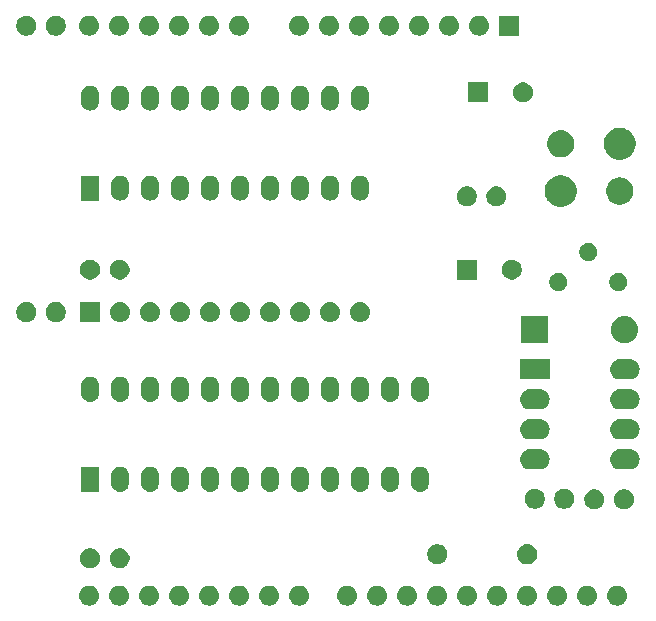
<source format=gts>
G04 #@! TF.GenerationSoftware,KiCad,Pcbnew,5.1.4+dfsg1-2*
G04 #@! TF.CreationDate,2019-11-27T21:42:57+01:00*
G04 #@! TF.ProjectId,theroof,74686572-6f6f-4662-9e6b-696361645f70,rev?*
G04 #@! TF.SameCoordinates,Original*
G04 #@! TF.FileFunction,Soldermask,Top*
G04 #@! TF.FilePolarity,Negative*
%FSLAX46Y46*%
G04 Gerber Fmt 4.6, Leading zero omitted, Abs format (unit mm)*
G04 Created by KiCad (PCBNEW 5.1.4+dfsg1-2) date 2019-11-27 21:42:57*
%MOMM*%
%LPD*%
G04 APERTURE LIST*
%ADD10C,0.100000*%
G04 APERTURE END LIST*
D10*
G36*
X139626823Y-112311313D02*
G01*
X139787242Y-112359976D01*
X139919906Y-112430886D01*
X139935078Y-112438996D01*
X140064659Y-112545341D01*
X140171004Y-112674922D01*
X140171005Y-112674924D01*
X140250024Y-112822758D01*
X140298687Y-112983177D01*
X140315117Y-113150000D01*
X140298687Y-113316823D01*
X140250024Y-113477242D01*
X140179114Y-113609906D01*
X140171004Y-113625078D01*
X140064659Y-113754659D01*
X139935078Y-113861004D01*
X139935076Y-113861005D01*
X139787242Y-113940024D01*
X139626823Y-113988687D01*
X139501804Y-114001000D01*
X139418196Y-114001000D01*
X139293177Y-113988687D01*
X139132758Y-113940024D01*
X138984924Y-113861005D01*
X138984922Y-113861004D01*
X138855341Y-113754659D01*
X138748996Y-113625078D01*
X138740886Y-113609906D01*
X138669976Y-113477242D01*
X138621313Y-113316823D01*
X138604883Y-113150000D01*
X138621313Y-112983177D01*
X138669976Y-112822758D01*
X138748995Y-112674924D01*
X138748996Y-112674922D01*
X138855341Y-112545341D01*
X138984922Y-112438996D01*
X139000094Y-112430886D01*
X139132758Y-112359976D01*
X139293177Y-112311313D01*
X139418196Y-112299000D01*
X139501804Y-112299000D01*
X139626823Y-112311313D01*
X139626823Y-112311313D01*
G37*
G36*
X158926823Y-112311313D02*
G01*
X159087242Y-112359976D01*
X159219906Y-112430886D01*
X159235078Y-112438996D01*
X159364659Y-112545341D01*
X159471004Y-112674922D01*
X159471005Y-112674924D01*
X159550024Y-112822758D01*
X159598687Y-112983177D01*
X159615117Y-113150000D01*
X159598687Y-113316823D01*
X159550024Y-113477242D01*
X159479114Y-113609906D01*
X159471004Y-113625078D01*
X159364659Y-113754659D01*
X159235078Y-113861004D01*
X159235076Y-113861005D01*
X159087242Y-113940024D01*
X158926823Y-113988687D01*
X158801804Y-114001000D01*
X158718196Y-114001000D01*
X158593177Y-113988687D01*
X158432758Y-113940024D01*
X158284924Y-113861005D01*
X158284922Y-113861004D01*
X158155341Y-113754659D01*
X158048996Y-113625078D01*
X158040886Y-113609906D01*
X157969976Y-113477242D01*
X157921313Y-113316823D01*
X157904883Y-113150000D01*
X157921313Y-112983177D01*
X157969976Y-112822758D01*
X158048995Y-112674924D01*
X158048996Y-112674922D01*
X158155341Y-112545341D01*
X158284922Y-112438996D01*
X158300094Y-112430886D01*
X158432758Y-112359976D01*
X158593177Y-112311313D01*
X158718196Y-112299000D01*
X158801804Y-112299000D01*
X158926823Y-112311313D01*
X158926823Y-112311313D01*
G37*
G36*
X181786823Y-112311313D02*
G01*
X181947242Y-112359976D01*
X182079906Y-112430886D01*
X182095078Y-112438996D01*
X182224659Y-112545341D01*
X182331004Y-112674922D01*
X182331005Y-112674924D01*
X182410024Y-112822758D01*
X182458687Y-112983177D01*
X182475117Y-113150000D01*
X182458687Y-113316823D01*
X182410024Y-113477242D01*
X182339114Y-113609906D01*
X182331004Y-113625078D01*
X182224659Y-113754659D01*
X182095078Y-113861004D01*
X182095076Y-113861005D01*
X181947242Y-113940024D01*
X181786823Y-113988687D01*
X181661804Y-114001000D01*
X181578196Y-114001000D01*
X181453177Y-113988687D01*
X181292758Y-113940024D01*
X181144924Y-113861005D01*
X181144922Y-113861004D01*
X181015341Y-113754659D01*
X180908996Y-113625078D01*
X180900886Y-113609906D01*
X180829976Y-113477242D01*
X180781313Y-113316823D01*
X180764883Y-113150000D01*
X180781313Y-112983177D01*
X180829976Y-112822758D01*
X180908995Y-112674924D01*
X180908996Y-112674922D01*
X181015341Y-112545341D01*
X181144922Y-112438996D01*
X181160094Y-112430886D01*
X181292758Y-112359976D01*
X181453177Y-112311313D01*
X181578196Y-112299000D01*
X181661804Y-112299000D01*
X181786823Y-112311313D01*
X181786823Y-112311313D01*
G37*
G36*
X142166823Y-112311313D02*
G01*
X142327242Y-112359976D01*
X142459906Y-112430886D01*
X142475078Y-112438996D01*
X142604659Y-112545341D01*
X142711004Y-112674922D01*
X142711005Y-112674924D01*
X142790024Y-112822758D01*
X142838687Y-112983177D01*
X142855117Y-113150000D01*
X142838687Y-113316823D01*
X142790024Y-113477242D01*
X142719114Y-113609906D01*
X142711004Y-113625078D01*
X142604659Y-113754659D01*
X142475078Y-113861004D01*
X142475076Y-113861005D01*
X142327242Y-113940024D01*
X142166823Y-113988687D01*
X142041804Y-114001000D01*
X141958196Y-114001000D01*
X141833177Y-113988687D01*
X141672758Y-113940024D01*
X141524924Y-113861005D01*
X141524922Y-113861004D01*
X141395341Y-113754659D01*
X141288996Y-113625078D01*
X141280886Y-113609906D01*
X141209976Y-113477242D01*
X141161313Y-113316823D01*
X141144883Y-113150000D01*
X141161313Y-112983177D01*
X141209976Y-112822758D01*
X141288995Y-112674924D01*
X141288996Y-112674922D01*
X141395341Y-112545341D01*
X141524922Y-112438996D01*
X141540094Y-112430886D01*
X141672758Y-112359976D01*
X141833177Y-112311313D01*
X141958196Y-112299000D01*
X142041804Y-112299000D01*
X142166823Y-112311313D01*
X142166823Y-112311313D01*
G37*
G36*
X144706823Y-112311313D02*
G01*
X144867242Y-112359976D01*
X144999906Y-112430886D01*
X145015078Y-112438996D01*
X145144659Y-112545341D01*
X145251004Y-112674922D01*
X145251005Y-112674924D01*
X145330024Y-112822758D01*
X145378687Y-112983177D01*
X145395117Y-113150000D01*
X145378687Y-113316823D01*
X145330024Y-113477242D01*
X145259114Y-113609906D01*
X145251004Y-113625078D01*
X145144659Y-113754659D01*
X145015078Y-113861004D01*
X145015076Y-113861005D01*
X144867242Y-113940024D01*
X144706823Y-113988687D01*
X144581804Y-114001000D01*
X144498196Y-114001000D01*
X144373177Y-113988687D01*
X144212758Y-113940024D01*
X144064924Y-113861005D01*
X144064922Y-113861004D01*
X143935341Y-113754659D01*
X143828996Y-113625078D01*
X143820886Y-113609906D01*
X143749976Y-113477242D01*
X143701313Y-113316823D01*
X143684883Y-113150000D01*
X143701313Y-112983177D01*
X143749976Y-112822758D01*
X143828995Y-112674924D01*
X143828996Y-112674922D01*
X143935341Y-112545341D01*
X144064922Y-112438996D01*
X144080094Y-112430886D01*
X144212758Y-112359976D01*
X144373177Y-112311313D01*
X144498196Y-112299000D01*
X144581804Y-112299000D01*
X144706823Y-112311313D01*
X144706823Y-112311313D01*
G37*
G36*
X147246823Y-112311313D02*
G01*
X147407242Y-112359976D01*
X147539906Y-112430886D01*
X147555078Y-112438996D01*
X147684659Y-112545341D01*
X147791004Y-112674922D01*
X147791005Y-112674924D01*
X147870024Y-112822758D01*
X147918687Y-112983177D01*
X147935117Y-113150000D01*
X147918687Y-113316823D01*
X147870024Y-113477242D01*
X147799114Y-113609906D01*
X147791004Y-113625078D01*
X147684659Y-113754659D01*
X147555078Y-113861004D01*
X147555076Y-113861005D01*
X147407242Y-113940024D01*
X147246823Y-113988687D01*
X147121804Y-114001000D01*
X147038196Y-114001000D01*
X146913177Y-113988687D01*
X146752758Y-113940024D01*
X146604924Y-113861005D01*
X146604922Y-113861004D01*
X146475341Y-113754659D01*
X146368996Y-113625078D01*
X146360886Y-113609906D01*
X146289976Y-113477242D01*
X146241313Y-113316823D01*
X146224883Y-113150000D01*
X146241313Y-112983177D01*
X146289976Y-112822758D01*
X146368995Y-112674924D01*
X146368996Y-112674922D01*
X146475341Y-112545341D01*
X146604922Y-112438996D01*
X146620094Y-112430886D01*
X146752758Y-112359976D01*
X146913177Y-112311313D01*
X147038196Y-112299000D01*
X147121804Y-112299000D01*
X147246823Y-112311313D01*
X147246823Y-112311313D01*
G37*
G36*
X149786823Y-112311313D02*
G01*
X149947242Y-112359976D01*
X150079906Y-112430886D01*
X150095078Y-112438996D01*
X150224659Y-112545341D01*
X150331004Y-112674922D01*
X150331005Y-112674924D01*
X150410024Y-112822758D01*
X150458687Y-112983177D01*
X150475117Y-113150000D01*
X150458687Y-113316823D01*
X150410024Y-113477242D01*
X150339114Y-113609906D01*
X150331004Y-113625078D01*
X150224659Y-113754659D01*
X150095078Y-113861004D01*
X150095076Y-113861005D01*
X149947242Y-113940024D01*
X149786823Y-113988687D01*
X149661804Y-114001000D01*
X149578196Y-114001000D01*
X149453177Y-113988687D01*
X149292758Y-113940024D01*
X149144924Y-113861005D01*
X149144922Y-113861004D01*
X149015341Y-113754659D01*
X148908996Y-113625078D01*
X148900886Y-113609906D01*
X148829976Y-113477242D01*
X148781313Y-113316823D01*
X148764883Y-113150000D01*
X148781313Y-112983177D01*
X148829976Y-112822758D01*
X148908995Y-112674924D01*
X148908996Y-112674922D01*
X149015341Y-112545341D01*
X149144922Y-112438996D01*
X149160094Y-112430886D01*
X149292758Y-112359976D01*
X149453177Y-112311313D01*
X149578196Y-112299000D01*
X149661804Y-112299000D01*
X149786823Y-112311313D01*
X149786823Y-112311313D01*
G37*
G36*
X152326823Y-112311313D02*
G01*
X152487242Y-112359976D01*
X152619906Y-112430886D01*
X152635078Y-112438996D01*
X152764659Y-112545341D01*
X152871004Y-112674922D01*
X152871005Y-112674924D01*
X152950024Y-112822758D01*
X152998687Y-112983177D01*
X153015117Y-113150000D01*
X152998687Y-113316823D01*
X152950024Y-113477242D01*
X152879114Y-113609906D01*
X152871004Y-113625078D01*
X152764659Y-113754659D01*
X152635078Y-113861004D01*
X152635076Y-113861005D01*
X152487242Y-113940024D01*
X152326823Y-113988687D01*
X152201804Y-114001000D01*
X152118196Y-114001000D01*
X151993177Y-113988687D01*
X151832758Y-113940024D01*
X151684924Y-113861005D01*
X151684922Y-113861004D01*
X151555341Y-113754659D01*
X151448996Y-113625078D01*
X151440886Y-113609906D01*
X151369976Y-113477242D01*
X151321313Y-113316823D01*
X151304883Y-113150000D01*
X151321313Y-112983177D01*
X151369976Y-112822758D01*
X151448995Y-112674924D01*
X151448996Y-112674922D01*
X151555341Y-112545341D01*
X151684922Y-112438996D01*
X151700094Y-112430886D01*
X151832758Y-112359976D01*
X151993177Y-112311313D01*
X152118196Y-112299000D01*
X152201804Y-112299000D01*
X152326823Y-112311313D01*
X152326823Y-112311313D01*
G37*
G36*
X154866823Y-112311313D02*
G01*
X155027242Y-112359976D01*
X155159906Y-112430886D01*
X155175078Y-112438996D01*
X155304659Y-112545341D01*
X155411004Y-112674922D01*
X155411005Y-112674924D01*
X155490024Y-112822758D01*
X155538687Y-112983177D01*
X155555117Y-113150000D01*
X155538687Y-113316823D01*
X155490024Y-113477242D01*
X155419114Y-113609906D01*
X155411004Y-113625078D01*
X155304659Y-113754659D01*
X155175078Y-113861004D01*
X155175076Y-113861005D01*
X155027242Y-113940024D01*
X154866823Y-113988687D01*
X154741804Y-114001000D01*
X154658196Y-114001000D01*
X154533177Y-113988687D01*
X154372758Y-113940024D01*
X154224924Y-113861005D01*
X154224922Y-113861004D01*
X154095341Y-113754659D01*
X153988996Y-113625078D01*
X153980886Y-113609906D01*
X153909976Y-113477242D01*
X153861313Y-113316823D01*
X153844883Y-113150000D01*
X153861313Y-112983177D01*
X153909976Y-112822758D01*
X153988995Y-112674924D01*
X153988996Y-112674922D01*
X154095341Y-112545341D01*
X154224922Y-112438996D01*
X154240094Y-112430886D01*
X154372758Y-112359976D01*
X154533177Y-112311313D01*
X154658196Y-112299000D01*
X154741804Y-112299000D01*
X154866823Y-112311313D01*
X154866823Y-112311313D01*
G37*
G36*
X179246823Y-112311313D02*
G01*
X179407242Y-112359976D01*
X179539906Y-112430886D01*
X179555078Y-112438996D01*
X179684659Y-112545341D01*
X179791004Y-112674922D01*
X179791005Y-112674924D01*
X179870024Y-112822758D01*
X179918687Y-112983177D01*
X179935117Y-113150000D01*
X179918687Y-113316823D01*
X179870024Y-113477242D01*
X179799114Y-113609906D01*
X179791004Y-113625078D01*
X179684659Y-113754659D01*
X179555078Y-113861004D01*
X179555076Y-113861005D01*
X179407242Y-113940024D01*
X179246823Y-113988687D01*
X179121804Y-114001000D01*
X179038196Y-114001000D01*
X178913177Y-113988687D01*
X178752758Y-113940024D01*
X178604924Y-113861005D01*
X178604922Y-113861004D01*
X178475341Y-113754659D01*
X178368996Y-113625078D01*
X178360886Y-113609906D01*
X178289976Y-113477242D01*
X178241313Y-113316823D01*
X178224883Y-113150000D01*
X178241313Y-112983177D01*
X178289976Y-112822758D01*
X178368995Y-112674924D01*
X178368996Y-112674922D01*
X178475341Y-112545341D01*
X178604922Y-112438996D01*
X178620094Y-112430886D01*
X178752758Y-112359976D01*
X178913177Y-112311313D01*
X179038196Y-112299000D01*
X179121804Y-112299000D01*
X179246823Y-112311313D01*
X179246823Y-112311313D01*
G37*
G36*
X164006823Y-112311313D02*
G01*
X164167242Y-112359976D01*
X164299906Y-112430886D01*
X164315078Y-112438996D01*
X164444659Y-112545341D01*
X164551004Y-112674922D01*
X164551005Y-112674924D01*
X164630024Y-112822758D01*
X164678687Y-112983177D01*
X164695117Y-113150000D01*
X164678687Y-113316823D01*
X164630024Y-113477242D01*
X164559114Y-113609906D01*
X164551004Y-113625078D01*
X164444659Y-113754659D01*
X164315078Y-113861004D01*
X164315076Y-113861005D01*
X164167242Y-113940024D01*
X164006823Y-113988687D01*
X163881804Y-114001000D01*
X163798196Y-114001000D01*
X163673177Y-113988687D01*
X163512758Y-113940024D01*
X163364924Y-113861005D01*
X163364922Y-113861004D01*
X163235341Y-113754659D01*
X163128996Y-113625078D01*
X163120886Y-113609906D01*
X163049976Y-113477242D01*
X163001313Y-113316823D01*
X162984883Y-113150000D01*
X163001313Y-112983177D01*
X163049976Y-112822758D01*
X163128995Y-112674924D01*
X163128996Y-112674922D01*
X163235341Y-112545341D01*
X163364922Y-112438996D01*
X163380094Y-112430886D01*
X163512758Y-112359976D01*
X163673177Y-112311313D01*
X163798196Y-112299000D01*
X163881804Y-112299000D01*
X164006823Y-112311313D01*
X164006823Y-112311313D01*
G37*
G36*
X166546823Y-112311313D02*
G01*
X166707242Y-112359976D01*
X166839906Y-112430886D01*
X166855078Y-112438996D01*
X166984659Y-112545341D01*
X167091004Y-112674922D01*
X167091005Y-112674924D01*
X167170024Y-112822758D01*
X167218687Y-112983177D01*
X167235117Y-113150000D01*
X167218687Y-113316823D01*
X167170024Y-113477242D01*
X167099114Y-113609906D01*
X167091004Y-113625078D01*
X166984659Y-113754659D01*
X166855078Y-113861004D01*
X166855076Y-113861005D01*
X166707242Y-113940024D01*
X166546823Y-113988687D01*
X166421804Y-114001000D01*
X166338196Y-114001000D01*
X166213177Y-113988687D01*
X166052758Y-113940024D01*
X165904924Y-113861005D01*
X165904922Y-113861004D01*
X165775341Y-113754659D01*
X165668996Y-113625078D01*
X165660886Y-113609906D01*
X165589976Y-113477242D01*
X165541313Y-113316823D01*
X165524883Y-113150000D01*
X165541313Y-112983177D01*
X165589976Y-112822758D01*
X165668995Y-112674924D01*
X165668996Y-112674922D01*
X165775341Y-112545341D01*
X165904922Y-112438996D01*
X165920094Y-112430886D01*
X166052758Y-112359976D01*
X166213177Y-112311313D01*
X166338196Y-112299000D01*
X166421804Y-112299000D01*
X166546823Y-112311313D01*
X166546823Y-112311313D01*
G37*
G36*
X169086823Y-112311313D02*
G01*
X169247242Y-112359976D01*
X169379906Y-112430886D01*
X169395078Y-112438996D01*
X169524659Y-112545341D01*
X169631004Y-112674922D01*
X169631005Y-112674924D01*
X169710024Y-112822758D01*
X169758687Y-112983177D01*
X169775117Y-113150000D01*
X169758687Y-113316823D01*
X169710024Y-113477242D01*
X169639114Y-113609906D01*
X169631004Y-113625078D01*
X169524659Y-113754659D01*
X169395078Y-113861004D01*
X169395076Y-113861005D01*
X169247242Y-113940024D01*
X169086823Y-113988687D01*
X168961804Y-114001000D01*
X168878196Y-114001000D01*
X168753177Y-113988687D01*
X168592758Y-113940024D01*
X168444924Y-113861005D01*
X168444922Y-113861004D01*
X168315341Y-113754659D01*
X168208996Y-113625078D01*
X168200886Y-113609906D01*
X168129976Y-113477242D01*
X168081313Y-113316823D01*
X168064883Y-113150000D01*
X168081313Y-112983177D01*
X168129976Y-112822758D01*
X168208995Y-112674924D01*
X168208996Y-112674922D01*
X168315341Y-112545341D01*
X168444922Y-112438996D01*
X168460094Y-112430886D01*
X168592758Y-112359976D01*
X168753177Y-112311313D01*
X168878196Y-112299000D01*
X168961804Y-112299000D01*
X169086823Y-112311313D01*
X169086823Y-112311313D01*
G37*
G36*
X171626823Y-112311313D02*
G01*
X171787242Y-112359976D01*
X171919906Y-112430886D01*
X171935078Y-112438996D01*
X172064659Y-112545341D01*
X172171004Y-112674922D01*
X172171005Y-112674924D01*
X172250024Y-112822758D01*
X172298687Y-112983177D01*
X172315117Y-113150000D01*
X172298687Y-113316823D01*
X172250024Y-113477242D01*
X172179114Y-113609906D01*
X172171004Y-113625078D01*
X172064659Y-113754659D01*
X171935078Y-113861004D01*
X171935076Y-113861005D01*
X171787242Y-113940024D01*
X171626823Y-113988687D01*
X171501804Y-114001000D01*
X171418196Y-114001000D01*
X171293177Y-113988687D01*
X171132758Y-113940024D01*
X170984924Y-113861005D01*
X170984922Y-113861004D01*
X170855341Y-113754659D01*
X170748996Y-113625078D01*
X170740886Y-113609906D01*
X170669976Y-113477242D01*
X170621313Y-113316823D01*
X170604883Y-113150000D01*
X170621313Y-112983177D01*
X170669976Y-112822758D01*
X170748995Y-112674924D01*
X170748996Y-112674922D01*
X170855341Y-112545341D01*
X170984922Y-112438996D01*
X171000094Y-112430886D01*
X171132758Y-112359976D01*
X171293177Y-112311313D01*
X171418196Y-112299000D01*
X171501804Y-112299000D01*
X171626823Y-112311313D01*
X171626823Y-112311313D01*
G37*
G36*
X174166823Y-112311313D02*
G01*
X174327242Y-112359976D01*
X174459906Y-112430886D01*
X174475078Y-112438996D01*
X174604659Y-112545341D01*
X174711004Y-112674922D01*
X174711005Y-112674924D01*
X174790024Y-112822758D01*
X174838687Y-112983177D01*
X174855117Y-113150000D01*
X174838687Y-113316823D01*
X174790024Y-113477242D01*
X174719114Y-113609906D01*
X174711004Y-113625078D01*
X174604659Y-113754659D01*
X174475078Y-113861004D01*
X174475076Y-113861005D01*
X174327242Y-113940024D01*
X174166823Y-113988687D01*
X174041804Y-114001000D01*
X173958196Y-114001000D01*
X173833177Y-113988687D01*
X173672758Y-113940024D01*
X173524924Y-113861005D01*
X173524922Y-113861004D01*
X173395341Y-113754659D01*
X173288996Y-113625078D01*
X173280886Y-113609906D01*
X173209976Y-113477242D01*
X173161313Y-113316823D01*
X173144883Y-113150000D01*
X173161313Y-112983177D01*
X173209976Y-112822758D01*
X173288995Y-112674924D01*
X173288996Y-112674922D01*
X173395341Y-112545341D01*
X173524922Y-112438996D01*
X173540094Y-112430886D01*
X173672758Y-112359976D01*
X173833177Y-112311313D01*
X173958196Y-112299000D01*
X174041804Y-112299000D01*
X174166823Y-112311313D01*
X174166823Y-112311313D01*
G37*
G36*
X176706823Y-112311313D02*
G01*
X176867242Y-112359976D01*
X176999906Y-112430886D01*
X177015078Y-112438996D01*
X177144659Y-112545341D01*
X177251004Y-112674922D01*
X177251005Y-112674924D01*
X177330024Y-112822758D01*
X177378687Y-112983177D01*
X177395117Y-113150000D01*
X177378687Y-113316823D01*
X177330024Y-113477242D01*
X177259114Y-113609906D01*
X177251004Y-113625078D01*
X177144659Y-113754659D01*
X177015078Y-113861004D01*
X177015076Y-113861005D01*
X176867242Y-113940024D01*
X176706823Y-113988687D01*
X176581804Y-114001000D01*
X176498196Y-114001000D01*
X176373177Y-113988687D01*
X176212758Y-113940024D01*
X176064924Y-113861005D01*
X176064922Y-113861004D01*
X175935341Y-113754659D01*
X175828996Y-113625078D01*
X175820886Y-113609906D01*
X175749976Y-113477242D01*
X175701313Y-113316823D01*
X175684883Y-113150000D01*
X175701313Y-112983177D01*
X175749976Y-112822758D01*
X175828995Y-112674924D01*
X175828996Y-112674922D01*
X175935341Y-112545341D01*
X176064922Y-112438996D01*
X176080094Y-112430886D01*
X176212758Y-112359976D01*
X176373177Y-112311313D01*
X176498196Y-112299000D01*
X176581804Y-112299000D01*
X176706823Y-112311313D01*
X176706823Y-112311313D01*
G37*
G36*
X137086823Y-112311313D02*
G01*
X137247242Y-112359976D01*
X137379906Y-112430886D01*
X137395078Y-112438996D01*
X137524659Y-112545341D01*
X137631004Y-112674922D01*
X137631005Y-112674924D01*
X137710024Y-112822758D01*
X137758687Y-112983177D01*
X137775117Y-113150000D01*
X137758687Y-113316823D01*
X137710024Y-113477242D01*
X137639114Y-113609906D01*
X137631004Y-113625078D01*
X137524659Y-113754659D01*
X137395078Y-113861004D01*
X137395076Y-113861005D01*
X137247242Y-113940024D01*
X137086823Y-113988687D01*
X136961804Y-114001000D01*
X136878196Y-114001000D01*
X136753177Y-113988687D01*
X136592758Y-113940024D01*
X136444924Y-113861005D01*
X136444922Y-113861004D01*
X136315341Y-113754659D01*
X136208996Y-113625078D01*
X136200886Y-113609906D01*
X136129976Y-113477242D01*
X136081313Y-113316823D01*
X136064883Y-113150000D01*
X136081313Y-112983177D01*
X136129976Y-112822758D01*
X136208995Y-112674924D01*
X136208996Y-112674922D01*
X136315341Y-112545341D01*
X136444922Y-112438996D01*
X136460094Y-112430886D01*
X136592758Y-112359976D01*
X136753177Y-112311313D01*
X136878196Y-112299000D01*
X136961804Y-112299000D01*
X137086823Y-112311313D01*
X137086823Y-112311313D01*
G37*
G36*
X161466823Y-112311313D02*
G01*
X161627242Y-112359976D01*
X161759906Y-112430886D01*
X161775078Y-112438996D01*
X161904659Y-112545341D01*
X162011004Y-112674922D01*
X162011005Y-112674924D01*
X162090024Y-112822758D01*
X162138687Y-112983177D01*
X162155117Y-113150000D01*
X162138687Y-113316823D01*
X162090024Y-113477242D01*
X162019114Y-113609906D01*
X162011004Y-113625078D01*
X161904659Y-113754659D01*
X161775078Y-113861004D01*
X161775076Y-113861005D01*
X161627242Y-113940024D01*
X161466823Y-113988687D01*
X161341804Y-114001000D01*
X161258196Y-114001000D01*
X161133177Y-113988687D01*
X160972758Y-113940024D01*
X160824924Y-113861005D01*
X160824922Y-113861004D01*
X160695341Y-113754659D01*
X160588996Y-113625078D01*
X160580886Y-113609906D01*
X160509976Y-113477242D01*
X160461313Y-113316823D01*
X160444883Y-113150000D01*
X160461313Y-112983177D01*
X160509976Y-112822758D01*
X160588995Y-112674924D01*
X160588996Y-112674922D01*
X160695341Y-112545341D01*
X160824922Y-112438996D01*
X160840094Y-112430886D01*
X160972758Y-112359976D01*
X161133177Y-112311313D01*
X161258196Y-112299000D01*
X161341804Y-112299000D01*
X161466823Y-112311313D01*
X161466823Y-112311313D01*
G37*
G36*
X137248228Y-109181703D02*
G01*
X137403100Y-109245853D01*
X137542481Y-109338985D01*
X137661015Y-109457519D01*
X137754147Y-109596900D01*
X137818297Y-109751772D01*
X137851000Y-109916184D01*
X137851000Y-110083816D01*
X137818297Y-110248228D01*
X137754147Y-110403100D01*
X137661015Y-110542481D01*
X137542481Y-110661015D01*
X137403100Y-110754147D01*
X137248228Y-110818297D01*
X137083816Y-110851000D01*
X136916184Y-110851000D01*
X136751772Y-110818297D01*
X136596900Y-110754147D01*
X136457519Y-110661015D01*
X136338985Y-110542481D01*
X136245853Y-110403100D01*
X136181703Y-110248228D01*
X136149000Y-110083816D01*
X136149000Y-109916184D01*
X136181703Y-109751772D01*
X136245853Y-109596900D01*
X136338985Y-109457519D01*
X136457519Y-109338985D01*
X136596900Y-109245853D01*
X136751772Y-109181703D01*
X136916184Y-109149000D01*
X137083816Y-109149000D01*
X137248228Y-109181703D01*
X137248228Y-109181703D01*
G37*
G36*
X139748228Y-109181703D02*
G01*
X139903100Y-109245853D01*
X140042481Y-109338985D01*
X140161015Y-109457519D01*
X140254147Y-109596900D01*
X140318297Y-109751772D01*
X140351000Y-109916184D01*
X140351000Y-110083816D01*
X140318297Y-110248228D01*
X140254147Y-110403100D01*
X140161015Y-110542481D01*
X140042481Y-110661015D01*
X139903100Y-110754147D01*
X139748228Y-110818297D01*
X139583816Y-110851000D01*
X139416184Y-110851000D01*
X139251772Y-110818297D01*
X139096900Y-110754147D01*
X138957519Y-110661015D01*
X138838985Y-110542481D01*
X138745853Y-110403100D01*
X138681703Y-110248228D01*
X138649000Y-110083816D01*
X138649000Y-109916184D01*
X138681703Y-109751772D01*
X138745853Y-109596900D01*
X138838985Y-109457519D01*
X138957519Y-109338985D01*
X139096900Y-109245853D01*
X139251772Y-109181703D01*
X139416184Y-109149000D01*
X139583816Y-109149000D01*
X139748228Y-109181703D01*
X139748228Y-109181703D01*
G37*
G36*
X174186823Y-108811313D02*
G01*
X174347242Y-108859976D01*
X174414361Y-108895852D01*
X174495078Y-108938996D01*
X174624659Y-109045341D01*
X174731004Y-109174922D01*
X174731005Y-109174924D01*
X174810024Y-109322758D01*
X174858687Y-109483177D01*
X174875117Y-109650000D01*
X174858687Y-109816823D01*
X174810024Y-109977242D01*
X174769477Y-110053100D01*
X174731004Y-110125078D01*
X174624659Y-110254659D01*
X174495078Y-110361004D01*
X174495076Y-110361005D01*
X174347242Y-110440024D01*
X174186823Y-110488687D01*
X174061804Y-110501000D01*
X173978196Y-110501000D01*
X173853177Y-110488687D01*
X173692758Y-110440024D01*
X173544924Y-110361005D01*
X173544922Y-110361004D01*
X173415341Y-110254659D01*
X173308996Y-110125078D01*
X173270523Y-110053100D01*
X173229976Y-109977242D01*
X173181313Y-109816823D01*
X173164883Y-109650000D01*
X173181313Y-109483177D01*
X173229976Y-109322758D01*
X173308995Y-109174924D01*
X173308996Y-109174922D01*
X173415341Y-109045341D01*
X173544922Y-108938996D01*
X173625639Y-108895852D01*
X173692758Y-108859976D01*
X173853177Y-108811313D01*
X173978196Y-108799000D01*
X174061804Y-108799000D01*
X174186823Y-108811313D01*
X174186823Y-108811313D01*
G37*
G36*
X166648228Y-108831703D02*
G01*
X166803100Y-108895853D01*
X166942481Y-108988985D01*
X167061015Y-109107519D01*
X167154147Y-109246900D01*
X167218297Y-109401772D01*
X167251000Y-109566184D01*
X167251000Y-109733816D01*
X167218297Y-109898228D01*
X167154147Y-110053100D01*
X167061015Y-110192481D01*
X166942481Y-110311015D01*
X166803100Y-110404147D01*
X166648228Y-110468297D01*
X166483816Y-110501000D01*
X166316184Y-110501000D01*
X166151772Y-110468297D01*
X165996900Y-110404147D01*
X165857519Y-110311015D01*
X165738985Y-110192481D01*
X165645853Y-110053100D01*
X165581703Y-109898228D01*
X165549000Y-109733816D01*
X165549000Y-109566184D01*
X165581703Y-109401772D01*
X165645853Y-109246900D01*
X165738985Y-109107519D01*
X165857519Y-108988985D01*
X165996900Y-108895853D01*
X166151772Y-108831703D01*
X166316184Y-108799000D01*
X166483816Y-108799000D01*
X166648228Y-108831703D01*
X166648228Y-108831703D01*
G37*
G36*
X182448228Y-104181703D02*
G01*
X182603100Y-104245853D01*
X182742481Y-104338985D01*
X182861015Y-104457519D01*
X182954147Y-104596900D01*
X183018297Y-104751772D01*
X183051000Y-104916184D01*
X183051000Y-105083816D01*
X183018297Y-105248228D01*
X182954147Y-105403100D01*
X182861015Y-105542481D01*
X182742481Y-105661015D01*
X182603100Y-105754147D01*
X182448228Y-105818297D01*
X182283816Y-105851000D01*
X182116184Y-105851000D01*
X181951772Y-105818297D01*
X181796900Y-105754147D01*
X181657519Y-105661015D01*
X181538985Y-105542481D01*
X181445853Y-105403100D01*
X181381703Y-105248228D01*
X181349000Y-105083816D01*
X181349000Y-104916184D01*
X181381703Y-104751772D01*
X181445853Y-104596900D01*
X181538985Y-104457519D01*
X181657519Y-104338985D01*
X181796900Y-104245853D01*
X181951772Y-104181703D01*
X182116184Y-104149000D01*
X182283816Y-104149000D01*
X182448228Y-104181703D01*
X182448228Y-104181703D01*
G37*
G36*
X179948228Y-104181703D02*
G01*
X180103100Y-104245853D01*
X180242481Y-104338985D01*
X180361015Y-104457519D01*
X180454147Y-104596900D01*
X180518297Y-104751772D01*
X180551000Y-104916184D01*
X180551000Y-105083816D01*
X180518297Y-105248228D01*
X180454147Y-105403100D01*
X180361015Y-105542481D01*
X180242481Y-105661015D01*
X180103100Y-105754147D01*
X179948228Y-105818297D01*
X179783816Y-105851000D01*
X179616184Y-105851000D01*
X179451772Y-105818297D01*
X179296900Y-105754147D01*
X179157519Y-105661015D01*
X179038985Y-105542481D01*
X178945853Y-105403100D01*
X178881703Y-105248228D01*
X178849000Y-105083816D01*
X178849000Y-104916184D01*
X178881703Y-104751772D01*
X178945853Y-104596900D01*
X179038985Y-104457519D01*
X179157519Y-104338985D01*
X179296900Y-104245853D01*
X179451772Y-104181703D01*
X179616184Y-104149000D01*
X179783816Y-104149000D01*
X179948228Y-104181703D01*
X179948228Y-104181703D01*
G37*
G36*
X174898228Y-104131703D02*
G01*
X175053100Y-104195853D01*
X175192481Y-104288985D01*
X175311015Y-104407519D01*
X175404147Y-104546900D01*
X175468297Y-104701772D01*
X175501000Y-104866184D01*
X175501000Y-105033816D01*
X175468297Y-105198228D01*
X175404147Y-105353100D01*
X175311015Y-105492481D01*
X175192481Y-105611015D01*
X175053100Y-105704147D01*
X174898228Y-105768297D01*
X174733816Y-105801000D01*
X174566184Y-105801000D01*
X174401772Y-105768297D01*
X174246900Y-105704147D01*
X174107519Y-105611015D01*
X173988985Y-105492481D01*
X173895853Y-105353100D01*
X173831703Y-105198228D01*
X173799000Y-105033816D01*
X173799000Y-104866184D01*
X173831703Y-104701772D01*
X173895853Y-104546900D01*
X173988985Y-104407519D01*
X174107519Y-104288985D01*
X174246900Y-104195853D01*
X174401772Y-104131703D01*
X174566184Y-104099000D01*
X174733816Y-104099000D01*
X174898228Y-104131703D01*
X174898228Y-104131703D01*
G37*
G36*
X177398228Y-104131703D02*
G01*
X177553100Y-104195853D01*
X177692481Y-104288985D01*
X177811015Y-104407519D01*
X177904147Y-104546900D01*
X177968297Y-104701772D01*
X178001000Y-104866184D01*
X178001000Y-105033816D01*
X177968297Y-105198228D01*
X177904147Y-105353100D01*
X177811015Y-105492481D01*
X177692481Y-105611015D01*
X177553100Y-105704147D01*
X177398228Y-105768297D01*
X177233816Y-105801000D01*
X177066184Y-105801000D01*
X176901772Y-105768297D01*
X176746900Y-105704147D01*
X176607519Y-105611015D01*
X176488985Y-105492481D01*
X176395853Y-105353100D01*
X176331703Y-105198228D01*
X176299000Y-105033816D01*
X176299000Y-104866184D01*
X176331703Y-104701772D01*
X176395853Y-104546900D01*
X176488985Y-104407519D01*
X176607519Y-104288985D01*
X176746900Y-104195853D01*
X176901772Y-104131703D01*
X177066184Y-104099000D01*
X177233816Y-104099000D01*
X177398228Y-104131703D01*
X177398228Y-104131703D01*
G37*
G36*
X144771141Y-102260156D02*
G01*
X144916475Y-102304243D01*
X144916478Y-102304244D01*
X145050415Y-102375835D01*
X145050417Y-102375836D01*
X145050416Y-102375836D01*
X145167817Y-102472183D01*
X145246887Y-102568531D01*
X145264165Y-102589584D01*
X145335756Y-102723521D01*
X145335756Y-102723522D01*
X145335757Y-102723524D01*
X145379844Y-102868858D01*
X145391000Y-102982128D01*
X145391000Y-103617872D01*
X145379844Y-103731142D01*
X145335757Y-103876476D01*
X145335756Y-103876479D01*
X145264165Y-104010416D01*
X145167817Y-104127817D01*
X145050416Y-104224165D01*
X144916479Y-104295756D01*
X144916476Y-104295757D01*
X144771142Y-104339844D01*
X144620000Y-104354730D01*
X144468859Y-104339844D01*
X144323525Y-104295757D01*
X144323522Y-104295756D01*
X144189585Y-104224165D01*
X144072184Y-104127817D01*
X143975837Y-104010418D01*
X143904243Y-103876477D01*
X143889547Y-103828031D01*
X143860156Y-103731142D01*
X143849000Y-103617872D01*
X143849000Y-102982129D01*
X143860156Y-102868859D01*
X143904243Y-102723525D01*
X143904244Y-102723522D01*
X143975835Y-102589585D01*
X143990486Y-102571732D01*
X144072183Y-102472183D01*
X144189583Y-102375836D01*
X144189582Y-102375836D01*
X144189584Y-102375835D01*
X144323521Y-102304244D01*
X144323524Y-102304243D01*
X144468858Y-102260156D01*
X144620000Y-102245270D01*
X144771141Y-102260156D01*
X144771141Y-102260156D01*
G37*
G36*
X149851141Y-102260156D02*
G01*
X149996475Y-102304243D01*
X149996478Y-102304244D01*
X150130415Y-102375835D01*
X150130417Y-102375836D01*
X150130416Y-102375836D01*
X150247817Y-102472183D01*
X150326887Y-102568531D01*
X150344165Y-102589584D01*
X150415756Y-102723521D01*
X150415756Y-102723522D01*
X150415757Y-102723524D01*
X150459844Y-102868858D01*
X150471000Y-102982128D01*
X150471000Y-103617872D01*
X150459844Y-103731142D01*
X150415757Y-103876476D01*
X150415756Y-103876479D01*
X150344165Y-104010416D01*
X150247817Y-104127817D01*
X150130416Y-104224165D01*
X149996479Y-104295756D01*
X149996476Y-104295757D01*
X149851142Y-104339844D01*
X149700000Y-104354730D01*
X149548859Y-104339844D01*
X149403525Y-104295757D01*
X149403522Y-104295756D01*
X149269585Y-104224165D01*
X149152184Y-104127817D01*
X149055837Y-104010418D01*
X148984243Y-103876477D01*
X148969547Y-103828031D01*
X148940156Y-103731142D01*
X148929000Y-103617872D01*
X148929000Y-102982129D01*
X148940156Y-102868859D01*
X148984243Y-102723525D01*
X148984244Y-102723522D01*
X149055835Y-102589585D01*
X149070486Y-102571732D01*
X149152183Y-102472183D01*
X149269583Y-102375836D01*
X149269582Y-102375836D01*
X149269584Y-102375835D01*
X149403521Y-102304244D01*
X149403524Y-102304243D01*
X149548858Y-102260156D01*
X149700000Y-102245270D01*
X149851141Y-102260156D01*
X149851141Y-102260156D01*
G37*
G36*
X147311141Y-102260156D02*
G01*
X147456475Y-102304243D01*
X147456478Y-102304244D01*
X147590415Y-102375835D01*
X147590417Y-102375836D01*
X147590416Y-102375836D01*
X147707817Y-102472183D01*
X147786887Y-102568531D01*
X147804165Y-102589584D01*
X147875756Y-102723521D01*
X147875756Y-102723522D01*
X147875757Y-102723524D01*
X147919844Y-102868858D01*
X147931000Y-102982128D01*
X147931000Y-103617872D01*
X147919844Y-103731142D01*
X147875757Y-103876476D01*
X147875756Y-103876479D01*
X147804165Y-104010416D01*
X147707817Y-104127817D01*
X147590416Y-104224165D01*
X147456479Y-104295756D01*
X147456476Y-104295757D01*
X147311142Y-104339844D01*
X147160000Y-104354730D01*
X147008859Y-104339844D01*
X146863525Y-104295757D01*
X146863522Y-104295756D01*
X146729585Y-104224165D01*
X146612184Y-104127817D01*
X146515837Y-104010418D01*
X146444243Y-103876477D01*
X146429547Y-103828031D01*
X146400156Y-103731142D01*
X146389000Y-103617872D01*
X146389000Y-102982129D01*
X146400156Y-102868859D01*
X146444243Y-102723525D01*
X146444244Y-102723522D01*
X146515835Y-102589585D01*
X146530486Y-102571732D01*
X146612183Y-102472183D01*
X146729583Y-102375836D01*
X146729582Y-102375836D01*
X146729584Y-102375835D01*
X146863521Y-102304244D01*
X146863524Y-102304243D01*
X147008858Y-102260156D01*
X147160000Y-102245270D01*
X147311141Y-102260156D01*
X147311141Y-102260156D01*
G37*
G36*
X152391141Y-102260156D02*
G01*
X152536475Y-102304243D01*
X152536478Y-102304244D01*
X152670415Y-102375835D01*
X152670417Y-102375836D01*
X152670416Y-102375836D01*
X152787817Y-102472183D01*
X152866887Y-102568531D01*
X152884165Y-102589584D01*
X152955756Y-102723521D01*
X152955756Y-102723522D01*
X152955757Y-102723524D01*
X152999844Y-102868858D01*
X153011000Y-102982128D01*
X153011000Y-103617872D01*
X152999844Y-103731142D01*
X152955757Y-103876476D01*
X152955756Y-103876479D01*
X152884165Y-104010416D01*
X152787817Y-104127817D01*
X152670416Y-104224165D01*
X152536479Y-104295756D01*
X152536476Y-104295757D01*
X152391142Y-104339844D01*
X152240000Y-104354730D01*
X152088859Y-104339844D01*
X151943525Y-104295757D01*
X151943522Y-104295756D01*
X151809585Y-104224165D01*
X151692184Y-104127817D01*
X151595837Y-104010418D01*
X151524243Y-103876477D01*
X151509547Y-103828031D01*
X151480156Y-103731142D01*
X151469000Y-103617872D01*
X151469000Y-102982129D01*
X151480156Y-102868859D01*
X151524243Y-102723525D01*
X151524244Y-102723522D01*
X151595835Y-102589585D01*
X151610486Y-102571732D01*
X151692183Y-102472183D01*
X151809583Y-102375836D01*
X151809582Y-102375836D01*
X151809584Y-102375835D01*
X151943521Y-102304244D01*
X151943524Y-102304243D01*
X152088858Y-102260156D01*
X152240000Y-102245270D01*
X152391141Y-102260156D01*
X152391141Y-102260156D01*
G37*
G36*
X165091141Y-102260156D02*
G01*
X165236475Y-102304243D01*
X165236478Y-102304244D01*
X165370415Y-102375835D01*
X165370417Y-102375836D01*
X165370416Y-102375836D01*
X165487817Y-102472183D01*
X165566887Y-102568531D01*
X165584165Y-102589584D01*
X165655756Y-102723521D01*
X165655756Y-102723522D01*
X165655757Y-102723524D01*
X165699844Y-102868858D01*
X165711000Y-102982128D01*
X165711000Y-103617872D01*
X165699844Y-103731142D01*
X165655757Y-103876476D01*
X165655756Y-103876479D01*
X165584165Y-104010416D01*
X165487817Y-104127817D01*
X165370416Y-104224165D01*
X165236479Y-104295756D01*
X165236476Y-104295757D01*
X165091142Y-104339844D01*
X164940000Y-104354730D01*
X164788859Y-104339844D01*
X164643525Y-104295757D01*
X164643522Y-104295756D01*
X164509585Y-104224165D01*
X164392184Y-104127817D01*
X164295837Y-104010418D01*
X164224243Y-103876477D01*
X164209547Y-103828031D01*
X164180156Y-103731142D01*
X164169000Y-103617872D01*
X164169000Y-102982129D01*
X164180156Y-102868859D01*
X164224243Y-102723525D01*
X164224244Y-102723522D01*
X164295835Y-102589585D01*
X164310486Y-102571732D01*
X164392183Y-102472183D01*
X164509583Y-102375836D01*
X164509582Y-102375836D01*
X164509584Y-102375835D01*
X164643521Y-102304244D01*
X164643524Y-102304243D01*
X164788858Y-102260156D01*
X164940000Y-102245270D01*
X165091141Y-102260156D01*
X165091141Y-102260156D01*
G37*
G36*
X162551141Y-102260156D02*
G01*
X162696475Y-102304243D01*
X162696478Y-102304244D01*
X162830415Y-102375835D01*
X162830417Y-102375836D01*
X162830416Y-102375836D01*
X162947817Y-102472183D01*
X163026887Y-102568531D01*
X163044165Y-102589584D01*
X163115756Y-102723521D01*
X163115756Y-102723522D01*
X163115757Y-102723524D01*
X163159844Y-102868858D01*
X163171000Y-102982128D01*
X163171000Y-103617872D01*
X163159844Y-103731142D01*
X163115757Y-103876476D01*
X163115756Y-103876479D01*
X163044165Y-104010416D01*
X162947817Y-104127817D01*
X162830416Y-104224165D01*
X162696479Y-104295756D01*
X162696476Y-104295757D01*
X162551142Y-104339844D01*
X162400000Y-104354730D01*
X162248859Y-104339844D01*
X162103525Y-104295757D01*
X162103522Y-104295756D01*
X161969585Y-104224165D01*
X161852184Y-104127817D01*
X161755837Y-104010418D01*
X161684243Y-103876477D01*
X161669547Y-103828031D01*
X161640156Y-103731142D01*
X161629000Y-103617872D01*
X161629000Y-102982129D01*
X161640156Y-102868859D01*
X161684243Y-102723525D01*
X161684244Y-102723522D01*
X161755835Y-102589585D01*
X161770486Y-102571732D01*
X161852183Y-102472183D01*
X161969583Y-102375836D01*
X161969582Y-102375836D01*
X161969584Y-102375835D01*
X162103521Y-102304244D01*
X162103524Y-102304243D01*
X162248858Y-102260156D01*
X162400000Y-102245270D01*
X162551141Y-102260156D01*
X162551141Y-102260156D01*
G37*
G36*
X154931141Y-102260156D02*
G01*
X155076475Y-102304243D01*
X155076478Y-102304244D01*
X155210415Y-102375835D01*
X155210417Y-102375836D01*
X155210416Y-102375836D01*
X155327817Y-102472183D01*
X155406887Y-102568531D01*
X155424165Y-102589584D01*
X155495756Y-102723521D01*
X155495756Y-102723522D01*
X155495757Y-102723524D01*
X155539844Y-102868858D01*
X155551000Y-102982128D01*
X155551000Y-103617872D01*
X155539844Y-103731142D01*
X155495757Y-103876476D01*
X155495756Y-103876479D01*
X155424165Y-104010416D01*
X155327817Y-104127817D01*
X155210416Y-104224165D01*
X155076479Y-104295756D01*
X155076476Y-104295757D01*
X154931142Y-104339844D01*
X154780000Y-104354730D01*
X154628859Y-104339844D01*
X154483525Y-104295757D01*
X154483522Y-104295756D01*
X154349585Y-104224165D01*
X154232184Y-104127817D01*
X154135837Y-104010418D01*
X154064243Y-103876477D01*
X154049547Y-103828031D01*
X154020156Y-103731142D01*
X154009000Y-103617872D01*
X154009000Y-102982129D01*
X154020156Y-102868859D01*
X154064243Y-102723525D01*
X154064244Y-102723522D01*
X154135835Y-102589585D01*
X154150486Y-102571732D01*
X154232183Y-102472183D01*
X154349583Y-102375836D01*
X154349582Y-102375836D01*
X154349584Y-102375835D01*
X154483521Y-102304244D01*
X154483524Y-102304243D01*
X154628858Y-102260156D01*
X154780000Y-102245270D01*
X154931141Y-102260156D01*
X154931141Y-102260156D01*
G37*
G36*
X160011141Y-102260156D02*
G01*
X160156475Y-102304243D01*
X160156478Y-102304244D01*
X160290415Y-102375835D01*
X160290417Y-102375836D01*
X160290416Y-102375836D01*
X160407817Y-102472183D01*
X160486887Y-102568531D01*
X160504165Y-102589584D01*
X160575756Y-102723521D01*
X160575756Y-102723522D01*
X160575757Y-102723524D01*
X160619844Y-102868858D01*
X160631000Y-102982128D01*
X160631000Y-103617872D01*
X160619844Y-103731142D01*
X160575757Y-103876476D01*
X160575756Y-103876479D01*
X160504165Y-104010416D01*
X160407817Y-104127817D01*
X160290416Y-104224165D01*
X160156479Y-104295756D01*
X160156476Y-104295757D01*
X160011142Y-104339844D01*
X159860000Y-104354730D01*
X159708859Y-104339844D01*
X159563525Y-104295757D01*
X159563522Y-104295756D01*
X159429585Y-104224165D01*
X159312184Y-104127817D01*
X159215837Y-104010418D01*
X159144243Y-103876477D01*
X159129547Y-103828031D01*
X159100156Y-103731142D01*
X159089000Y-103617872D01*
X159089000Y-102982129D01*
X159100156Y-102868859D01*
X159144243Y-102723525D01*
X159144244Y-102723522D01*
X159215835Y-102589585D01*
X159230486Y-102571732D01*
X159312183Y-102472183D01*
X159429583Y-102375836D01*
X159429582Y-102375836D01*
X159429584Y-102375835D01*
X159563521Y-102304244D01*
X159563524Y-102304243D01*
X159708858Y-102260156D01*
X159860000Y-102245270D01*
X160011141Y-102260156D01*
X160011141Y-102260156D01*
G37*
G36*
X139691141Y-102260156D02*
G01*
X139836475Y-102304243D01*
X139836478Y-102304244D01*
X139970415Y-102375835D01*
X139970417Y-102375836D01*
X139970416Y-102375836D01*
X140087817Y-102472183D01*
X140166887Y-102568531D01*
X140184165Y-102589584D01*
X140255756Y-102723521D01*
X140255756Y-102723522D01*
X140255757Y-102723524D01*
X140299844Y-102868858D01*
X140311000Y-102982128D01*
X140311000Y-103617872D01*
X140299844Y-103731142D01*
X140255757Y-103876476D01*
X140255756Y-103876479D01*
X140184165Y-104010416D01*
X140087817Y-104127817D01*
X139970416Y-104224165D01*
X139836479Y-104295756D01*
X139836476Y-104295757D01*
X139691142Y-104339844D01*
X139540000Y-104354730D01*
X139388859Y-104339844D01*
X139243525Y-104295757D01*
X139243522Y-104295756D01*
X139109585Y-104224165D01*
X138992184Y-104127817D01*
X138895837Y-104010418D01*
X138824243Y-103876477D01*
X138809547Y-103828031D01*
X138780156Y-103731142D01*
X138769000Y-103617872D01*
X138769000Y-102982129D01*
X138780156Y-102868859D01*
X138824243Y-102723525D01*
X138824244Y-102723522D01*
X138895835Y-102589585D01*
X138910486Y-102571732D01*
X138992183Y-102472183D01*
X139109583Y-102375836D01*
X139109582Y-102375836D01*
X139109584Y-102375835D01*
X139243521Y-102304244D01*
X139243524Y-102304243D01*
X139388858Y-102260156D01*
X139540000Y-102245270D01*
X139691141Y-102260156D01*
X139691141Y-102260156D01*
G37*
G36*
X157471141Y-102260156D02*
G01*
X157616475Y-102304243D01*
X157616478Y-102304244D01*
X157750415Y-102375835D01*
X157750417Y-102375836D01*
X157750416Y-102375836D01*
X157867817Y-102472183D01*
X157946887Y-102568531D01*
X157964165Y-102589584D01*
X158035756Y-102723521D01*
X158035756Y-102723522D01*
X158035757Y-102723524D01*
X158079844Y-102868858D01*
X158091000Y-102982128D01*
X158091000Y-103617872D01*
X158079844Y-103731142D01*
X158035757Y-103876476D01*
X158035756Y-103876479D01*
X157964165Y-104010416D01*
X157867817Y-104127817D01*
X157750416Y-104224165D01*
X157616479Y-104295756D01*
X157616476Y-104295757D01*
X157471142Y-104339844D01*
X157320000Y-104354730D01*
X157168859Y-104339844D01*
X157023525Y-104295757D01*
X157023522Y-104295756D01*
X156889585Y-104224165D01*
X156772184Y-104127817D01*
X156675837Y-104010418D01*
X156604243Y-103876477D01*
X156589547Y-103828031D01*
X156560156Y-103731142D01*
X156549000Y-103617872D01*
X156549000Y-102982129D01*
X156560156Y-102868859D01*
X156604243Y-102723525D01*
X156604244Y-102723522D01*
X156675835Y-102589585D01*
X156690486Y-102571732D01*
X156772183Y-102472183D01*
X156889583Y-102375836D01*
X156889582Y-102375836D01*
X156889584Y-102375835D01*
X157023521Y-102304244D01*
X157023524Y-102304243D01*
X157168858Y-102260156D01*
X157320000Y-102245270D01*
X157471141Y-102260156D01*
X157471141Y-102260156D01*
G37*
G36*
X142231141Y-102260156D02*
G01*
X142376475Y-102304243D01*
X142376478Y-102304244D01*
X142510415Y-102375835D01*
X142510417Y-102375836D01*
X142510416Y-102375836D01*
X142627817Y-102472183D01*
X142706887Y-102568531D01*
X142724165Y-102589584D01*
X142795756Y-102723521D01*
X142795756Y-102723522D01*
X142795757Y-102723524D01*
X142839844Y-102868858D01*
X142851000Y-102982128D01*
X142851000Y-103617872D01*
X142839844Y-103731142D01*
X142795757Y-103876476D01*
X142795756Y-103876479D01*
X142724165Y-104010416D01*
X142627817Y-104127817D01*
X142510416Y-104224165D01*
X142376479Y-104295756D01*
X142376476Y-104295757D01*
X142231142Y-104339844D01*
X142080000Y-104354730D01*
X141928859Y-104339844D01*
X141783525Y-104295757D01*
X141783522Y-104295756D01*
X141649585Y-104224165D01*
X141532184Y-104127817D01*
X141435837Y-104010418D01*
X141364243Y-103876477D01*
X141349547Y-103828031D01*
X141320156Y-103731142D01*
X141309000Y-103617872D01*
X141309000Y-102982129D01*
X141320156Y-102868859D01*
X141364243Y-102723525D01*
X141364244Y-102723522D01*
X141435835Y-102589585D01*
X141450486Y-102571732D01*
X141532183Y-102472183D01*
X141649583Y-102375836D01*
X141649582Y-102375836D01*
X141649584Y-102375835D01*
X141783521Y-102304244D01*
X141783524Y-102304243D01*
X141928858Y-102260156D01*
X142080000Y-102245270D01*
X142231141Y-102260156D01*
X142231141Y-102260156D01*
G37*
G36*
X137771000Y-104351000D02*
G01*
X136229000Y-104351000D01*
X136229000Y-102249000D01*
X137771000Y-102249000D01*
X137771000Y-104351000D01*
X137771000Y-104351000D01*
G37*
G36*
X175216823Y-100781313D02*
G01*
X175377242Y-100829976D01*
X175509906Y-100900886D01*
X175525078Y-100908996D01*
X175654659Y-101015341D01*
X175761004Y-101144922D01*
X175761005Y-101144924D01*
X175840024Y-101292758D01*
X175888687Y-101453177D01*
X175905117Y-101620000D01*
X175888687Y-101786823D01*
X175840024Y-101947242D01*
X175769114Y-102079906D01*
X175761004Y-102095078D01*
X175654659Y-102224659D01*
X175525078Y-102331004D01*
X175525076Y-102331005D01*
X175377242Y-102410024D01*
X175216823Y-102458687D01*
X175091804Y-102471000D01*
X174208196Y-102471000D01*
X174083177Y-102458687D01*
X173922758Y-102410024D01*
X173774924Y-102331005D01*
X173774922Y-102331004D01*
X173645341Y-102224659D01*
X173538996Y-102095078D01*
X173530886Y-102079906D01*
X173459976Y-101947242D01*
X173411313Y-101786823D01*
X173394883Y-101620000D01*
X173411313Y-101453177D01*
X173459976Y-101292758D01*
X173538995Y-101144924D01*
X173538996Y-101144922D01*
X173645341Y-101015341D01*
X173774922Y-100908996D01*
X173790094Y-100900886D01*
X173922758Y-100829976D01*
X174083177Y-100781313D01*
X174208196Y-100769000D01*
X175091804Y-100769000D01*
X175216823Y-100781313D01*
X175216823Y-100781313D01*
G37*
G36*
X182836823Y-100781313D02*
G01*
X182997242Y-100829976D01*
X183129906Y-100900886D01*
X183145078Y-100908996D01*
X183274659Y-101015341D01*
X183381004Y-101144922D01*
X183381005Y-101144924D01*
X183460024Y-101292758D01*
X183508687Y-101453177D01*
X183525117Y-101620000D01*
X183508687Y-101786823D01*
X183460024Y-101947242D01*
X183389114Y-102079906D01*
X183381004Y-102095078D01*
X183274659Y-102224659D01*
X183145078Y-102331004D01*
X183145076Y-102331005D01*
X182997242Y-102410024D01*
X182836823Y-102458687D01*
X182711804Y-102471000D01*
X181828196Y-102471000D01*
X181703177Y-102458687D01*
X181542758Y-102410024D01*
X181394924Y-102331005D01*
X181394922Y-102331004D01*
X181265341Y-102224659D01*
X181158996Y-102095078D01*
X181150886Y-102079906D01*
X181079976Y-101947242D01*
X181031313Y-101786823D01*
X181014883Y-101620000D01*
X181031313Y-101453177D01*
X181079976Y-101292758D01*
X181158995Y-101144924D01*
X181158996Y-101144922D01*
X181265341Y-101015341D01*
X181394922Y-100908996D01*
X181410094Y-100900886D01*
X181542758Y-100829976D01*
X181703177Y-100781313D01*
X181828196Y-100769000D01*
X182711804Y-100769000D01*
X182836823Y-100781313D01*
X182836823Y-100781313D01*
G37*
G36*
X182836823Y-98241313D02*
G01*
X182997242Y-98289976D01*
X183129906Y-98360886D01*
X183145078Y-98368996D01*
X183274659Y-98475341D01*
X183381004Y-98604922D01*
X183381005Y-98604924D01*
X183460024Y-98752758D01*
X183508687Y-98913177D01*
X183525117Y-99080000D01*
X183508687Y-99246823D01*
X183460024Y-99407242D01*
X183389114Y-99539906D01*
X183381004Y-99555078D01*
X183274659Y-99684659D01*
X183145078Y-99791004D01*
X183145076Y-99791005D01*
X182997242Y-99870024D01*
X182836823Y-99918687D01*
X182711804Y-99931000D01*
X181828196Y-99931000D01*
X181703177Y-99918687D01*
X181542758Y-99870024D01*
X181394924Y-99791005D01*
X181394922Y-99791004D01*
X181265341Y-99684659D01*
X181158996Y-99555078D01*
X181150886Y-99539906D01*
X181079976Y-99407242D01*
X181031313Y-99246823D01*
X181014883Y-99080000D01*
X181031313Y-98913177D01*
X181079976Y-98752758D01*
X181158995Y-98604924D01*
X181158996Y-98604922D01*
X181265341Y-98475341D01*
X181394922Y-98368996D01*
X181410094Y-98360886D01*
X181542758Y-98289976D01*
X181703177Y-98241313D01*
X181828196Y-98229000D01*
X182711804Y-98229000D01*
X182836823Y-98241313D01*
X182836823Y-98241313D01*
G37*
G36*
X175216823Y-98241313D02*
G01*
X175377242Y-98289976D01*
X175509906Y-98360886D01*
X175525078Y-98368996D01*
X175654659Y-98475341D01*
X175761004Y-98604922D01*
X175761005Y-98604924D01*
X175840024Y-98752758D01*
X175888687Y-98913177D01*
X175905117Y-99080000D01*
X175888687Y-99246823D01*
X175840024Y-99407242D01*
X175769114Y-99539906D01*
X175761004Y-99555078D01*
X175654659Y-99684659D01*
X175525078Y-99791004D01*
X175525076Y-99791005D01*
X175377242Y-99870024D01*
X175216823Y-99918687D01*
X175091804Y-99931000D01*
X174208196Y-99931000D01*
X174083177Y-99918687D01*
X173922758Y-99870024D01*
X173774924Y-99791005D01*
X173774922Y-99791004D01*
X173645341Y-99684659D01*
X173538996Y-99555078D01*
X173530886Y-99539906D01*
X173459976Y-99407242D01*
X173411313Y-99246823D01*
X173394883Y-99080000D01*
X173411313Y-98913177D01*
X173459976Y-98752758D01*
X173538995Y-98604924D01*
X173538996Y-98604922D01*
X173645341Y-98475341D01*
X173774922Y-98368996D01*
X173790094Y-98360886D01*
X173922758Y-98289976D01*
X174083177Y-98241313D01*
X174208196Y-98229000D01*
X175091804Y-98229000D01*
X175216823Y-98241313D01*
X175216823Y-98241313D01*
G37*
G36*
X182836823Y-95701313D02*
G01*
X182997242Y-95749976D01*
X183129906Y-95820886D01*
X183145078Y-95828996D01*
X183274659Y-95935341D01*
X183381004Y-96064922D01*
X183381005Y-96064924D01*
X183460024Y-96212758D01*
X183508687Y-96373177D01*
X183525117Y-96540000D01*
X183508687Y-96706823D01*
X183460024Y-96867242D01*
X183389114Y-96999906D01*
X183381004Y-97015078D01*
X183274659Y-97144659D01*
X183145078Y-97251004D01*
X183145076Y-97251005D01*
X182997242Y-97330024D01*
X182836823Y-97378687D01*
X182711804Y-97391000D01*
X181828196Y-97391000D01*
X181703177Y-97378687D01*
X181542758Y-97330024D01*
X181394924Y-97251005D01*
X181394922Y-97251004D01*
X181265341Y-97144659D01*
X181158996Y-97015078D01*
X181150886Y-96999906D01*
X181079976Y-96867242D01*
X181031313Y-96706823D01*
X181014883Y-96540000D01*
X181031313Y-96373177D01*
X181079976Y-96212758D01*
X181158995Y-96064924D01*
X181158996Y-96064922D01*
X181265341Y-95935341D01*
X181394922Y-95828996D01*
X181410094Y-95820886D01*
X181542758Y-95749976D01*
X181703177Y-95701313D01*
X181828196Y-95689000D01*
X182711804Y-95689000D01*
X182836823Y-95701313D01*
X182836823Y-95701313D01*
G37*
G36*
X175216823Y-95701313D02*
G01*
X175377242Y-95749976D01*
X175509906Y-95820886D01*
X175525078Y-95828996D01*
X175654659Y-95935341D01*
X175761004Y-96064922D01*
X175761005Y-96064924D01*
X175840024Y-96212758D01*
X175888687Y-96373177D01*
X175905117Y-96540000D01*
X175888687Y-96706823D01*
X175840024Y-96867242D01*
X175769114Y-96999906D01*
X175761004Y-97015078D01*
X175654659Y-97144659D01*
X175525078Y-97251004D01*
X175525076Y-97251005D01*
X175377242Y-97330024D01*
X175216823Y-97378687D01*
X175091804Y-97391000D01*
X174208196Y-97391000D01*
X174083177Y-97378687D01*
X173922758Y-97330024D01*
X173774924Y-97251005D01*
X173774922Y-97251004D01*
X173645341Y-97144659D01*
X173538996Y-97015078D01*
X173530886Y-96999906D01*
X173459976Y-96867242D01*
X173411313Y-96706823D01*
X173394883Y-96540000D01*
X173411313Y-96373177D01*
X173459976Y-96212758D01*
X173538995Y-96064924D01*
X173538996Y-96064922D01*
X173645341Y-95935341D01*
X173774922Y-95828996D01*
X173790094Y-95820886D01*
X173922758Y-95749976D01*
X174083177Y-95701313D01*
X174208196Y-95689000D01*
X175091804Y-95689000D01*
X175216823Y-95701313D01*
X175216823Y-95701313D01*
G37*
G36*
X137151141Y-94640156D02*
G01*
X137296475Y-94684243D01*
X137296478Y-94684244D01*
X137430415Y-94755835D01*
X137430417Y-94755836D01*
X137430416Y-94755836D01*
X137547817Y-94852183D01*
X137626887Y-94948531D01*
X137644165Y-94969584D01*
X137715756Y-95103521D01*
X137715756Y-95103522D01*
X137715757Y-95103524D01*
X137759844Y-95248858D01*
X137771000Y-95362128D01*
X137771000Y-95997872D01*
X137759844Y-96111142D01*
X137729019Y-96212758D01*
X137715756Y-96256479D01*
X137644165Y-96390416D01*
X137547817Y-96507817D01*
X137430416Y-96604165D01*
X137296479Y-96675756D01*
X137296476Y-96675757D01*
X137151142Y-96719844D01*
X137000000Y-96734730D01*
X136848859Y-96719844D01*
X136703525Y-96675757D01*
X136703522Y-96675756D01*
X136569585Y-96604165D01*
X136452184Y-96507817D01*
X136355837Y-96390418D01*
X136284243Y-96256477D01*
X136269547Y-96208031D01*
X136240156Y-96111142D01*
X136229000Y-95997872D01*
X136229000Y-95362129D01*
X136240156Y-95248859D01*
X136284243Y-95103525D01*
X136284244Y-95103522D01*
X136355835Y-94969585D01*
X136370486Y-94951732D01*
X136452183Y-94852183D01*
X136569583Y-94755836D01*
X136569582Y-94755836D01*
X136569584Y-94755835D01*
X136703521Y-94684244D01*
X136703524Y-94684243D01*
X136848858Y-94640156D01*
X137000000Y-94625270D01*
X137151141Y-94640156D01*
X137151141Y-94640156D01*
G37*
G36*
X165091141Y-94640156D02*
G01*
X165236475Y-94684243D01*
X165236478Y-94684244D01*
X165370415Y-94755835D01*
X165370417Y-94755836D01*
X165370416Y-94755836D01*
X165487817Y-94852183D01*
X165566887Y-94948531D01*
X165584165Y-94969584D01*
X165655756Y-95103521D01*
X165655756Y-95103522D01*
X165655757Y-95103524D01*
X165699844Y-95248858D01*
X165711000Y-95362128D01*
X165711000Y-95997872D01*
X165699844Y-96111142D01*
X165669019Y-96212758D01*
X165655756Y-96256479D01*
X165584165Y-96390416D01*
X165487817Y-96507817D01*
X165370416Y-96604165D01*
X165236479Y-96675756D01*
X165236476Y-96675757D01*
X165091142Y-96719844D01*
X164940000Y-96734730D01*
X164788859Y-96719844D01*
X164643525Y-96675757D01*
X164643522Y-96675756D01*
X164509585Y-96604165D01*
X164392184Y-96507817D01*
X164295837Y-96390418D01*
X164224243Y-96256477D01*
X164209547Y-96208031D01*
X164180156Y-96111142D01*
X164169000Y-95997872D01*
X164169000Y-95362129D01*
X164180156Y-95248859D01*
X164224243Y-95103525D01*
X164224244Y-95103522D01*
X164295835Y-94969585D01*
X164310486Y-94951732D01*
X164392183Y-94852183D01*
X164509583Y-94755836D01*
X164509582Y-94755836D01*
X164509584Y-94755835D01*
X164643521Y-94684244D01*
X164643524Y-94684243D01*
X164788858Y-94640156D01*
X164940000Y-94625270D01*
X165091141Y-94640156D01*
X165091141Y-94640156D01*
G37*
G36*
X162551141Y-94640156D02*
G01*
X162696475Y-94684243D01*
X162696478Y-94684244D01*
X162830415Y-94755835D01*
X162830417Y-94755836D01*
X162830416Y-94755836D01*
X162947817Y-94852183D01*
X163026887Y-94948531D01*
X163044165Y-94969584D01*
X163115756Y-95103521D01*
X163115756Y-95103522D01*
X163115757Y-95103524D01*
X163159844Y-95248858D01*
X163171000Y-95362128D01*
X163171000Y-95997872D01*
X163159844Y-96111142D01*
X163129019Y-96212758D01*
X163115756Y-96256479D01*
X163044165Y-96390416D01*
X162947817Y-96507817D01*
X162830416Y-96604165D01*
X162696479Y-96675756D01*
X162696476Y-96675757D01*
X162551142Y-96719844D01*
X162400000Y-96734730D01*
X162248859Y-96719844D01*
X162103525Y-96675757D01*
X162103522Y-96675756D01*
X161969585Y-96604165D01*
X161852184Y-96507817D01*
X161755837Y-96390418D01*
X161684243Y-96256477D01*
X161669547Y-96208031D01*
X161640156Y-96111142D01*
X161629000Y-95997872D01*
X161629000Y-95362129D01*
X161640156Y-95248859D01*
X161684243Y-95103525D01*
X161684244Y-95103522D01*
X161755835Y-94969585D01*
X161770486Y-94951732D01*
X161852183Y-94852183D01*
X161969583Y-94755836D01*
X161969582Y-94755836D01*
X161969584Y-94755835D01*
X162103521Y-94684244D01*
X162103524Y-94684243D01*
X162248858Y-94640156D01*
X162400000Y-94625270D01*
X162551141Y-94640156D01*
X162551141Y-94640156D01*
G37*
G36*
X144771141Y-94640156D02*
G01*
X144916475Y-94684243D01*
X144916478Y-94684244D01*
X145050415Y-94755835D01*
X145050417Y-94755836D01*
X145050416Y-94755836D01*
X145167817Y-94852183D01*
X145246887Y-94948531D01*
X145264165Y-94969584D01*
X145335756Y-95103521D01*
X145335756Y-95103522D01*
X145335757Y-95103524D01*
X145379844Y-95248858D01*
X145391000Y-95362128D01*
X145391000Y-95997872D01*
X145379844Y-96111142D01*
X145349019Y-96212758D01*
X145335756Y-96256479D01*
X145264165Y-96390416D01*
X145167817Y-96507817D01*
X145050416Y-96604165D01*
X144916479Y-96675756D01*
X144916476Y-96675757D01*
X144771142Y-96719844D01*
X144620000Y-96734730D01*
X144468859Y-96719844D01*
X144323525Y-96675757D01*
X144323522Y-96675756D01*
X144189585Y-96604165D01*
X144072184Y-96507817D01*
X143975837Y-96390418D01*
X143904243Y-96256477D01*
X143889547Y-96208031D01*
X143860156Y-96111142D01*
X143849000Y-95997872D01*
X143849000Y-95362129D01*
X143860156Y-95248859D01*
X143904243Y-95103525D01*
X143904244Y-95103522D01*
X143975835Y-94969585D01*
X143990486Y-94951732D01*
X144072183Y-94852183D01*
X144189583Y-94755836D01*
X144189582Y-94755836D01*
X144189584Y-94755835D01*
X144323521Y-94684244D01*
X144323524Y-94684243D01*
X144468858Y-94640156D01*
X144620000Y-94625270D01*
X144771141Y-94640156D01*
X144771141Y-94640156D01*
G37*
G36*
X152391141Y-94640156D02*
G01*
X152536475Y-94684243D01*
X152536478Y-94684244D01*
X152670415Y-94755835D01*
X152670417Y-94755836D01*
X152670416Y-94755836D01*
X152787817Y-94852183D01*
X152866887Y-94948531D01*
X152884165Y-94969584D01*
X152955756Y-95103521D01*
X152955756Y-95103522D01*
X152955757Y-95103524D01*
X152999844Y-95248858D01*
X153011000Y-95362128D01*
X153011000Y-95997872D01*
X152999844Y-96111142D01*
X152969019Y-96212758D01*
X152955756Y-96256479D01*
X152884165Y-96390416D01*
X152787817Y-96507817D01*
X152670416Y-96604165D01*
X152536479Y-96675756D01*
X152536476Y-96675757D01*
X152391142Y-96719844D01*
X152240000Y-96734730D01*
X152088859Y-96719844D01*
X151943525Y-96675757D01*
X151943522Y-96675756D01*
X151809585Y-96604165D01*
X151692184Y-96507817D01*
X151595837Y-96390418D01*
X151524243Y-96256477D01*
X151509547Y-96208031D01*
X151480156Y-96111142D01*
X151469000Y-95997872D01*
X151469000Y-95362129D01*
X151480156Y-95248859D01*
X151524243Y-95103525D01*
X151524244Y-95103522D01*
X151595835Y-94969585D01*
X151610486Y-94951732D01*
X151692183Y-94852183D01*
X151809583Y-94755836D01*
X151809582Y-94755836D01*
X151809584Y-94755835D01*
X151943521Y-94684244D01*
X151943524Y-94684243D01*
X152088858Y-94640156D01*
X152240000Y-94625270D01*
X152391141Y-94640156D01*
X152391141Y-94640156D01*
G37*
G36*
X160011141Y-94640156D02*
G01*
X160156475Y-94684243D01*
X160156478Y-94684244D01*
X160290415Y-94755835D01*
X160290417Y-94755836D01*
X160290416Y-94755836D01*
X160407817Y-94852183D01*
X160486887Y-94948531D01*
X160504165Y-94969584D01*
X160575756Y-95103521D01*
X160575756Y-95103522D01*
X160575757Y-95103524D01*
X160619844Y-95248858D01*
X160631000Y-95362128D01*
X160631000Y-95997872D01*
X160619844Y-96111142D01*
X160589019Y-96212758D01*
X160575756Y-96256479D01*
X160504165Y-96390416D01*
X160407817Y-96507817D01*
X160290416Y-96604165D01*
X160156479Y-96675756D01*
X160156476Y-96675757D01*
X160011142Y-96719844D01*
X159860000Y-96734730D01*
X159708859Y-96719844D01*
X159563525Y-96675757D01*
X159563522Y-96675756D01*
X159429585Y-96604165D01*
X159312184Y-96507817D01*
X159215837Y-96390418D01*
X159144243Y-96256477D01*
X159129547Y-96208031D01*
X159100156Y-96111142D01*
X159089000Y-95997872D01*
X159089000Y-95362129D01*
X159100156Y-95248859D01*
X159144243Y-95103525D01*
X159144244Y-95103522D01*
X159215835Y-94969585D01*
X159230486Y-94951732D01*
X159312183Y-94852183D01*
X159429583Y-94755836D01*
X159429582Y-94755836D01*
X159429584Y-94755835D01*
X159563521Y-94684244D01*
X159563524Y-94684243D01*
X159708858Y-94640156D01*
X159860000Y-94625270D01*
X160011141Y-94640156D01*
X160011141Y-94640156D01*
G37*
G36*
X139691141Y-94640156D02*
G01*
X139836475Y-94684243D01*
X139836478Y-94684244D01*
X139970415Y-94755835D01*
X139970417Y-94755836D01*
X139970416Y-94755836D01*
X140087817Y-94852183D01*
X140166887Y-94948531D01*
X140184165Y-94969584D01*
X140255756Y-95103521D01*
X140255756Y-95103522D01*
X140255757Y-95103524D01*
X140299844Y-95248858D01*
X140311000Y-95362128D01*
X140311000Y-95997872D01*
X140299844Y-96111142D01*
X140269019Y-96212758D01*
X140255756Y-96256479D01*
X140184165Y-96390416D01*
X140087817Y-96507817D01*
X139970416Y-96604165D01*
X139836479Y-96675756D01*
X139836476Y-96675757D01*
X139691142Y-96719844D01*
X139540000Y-96734730D01*
X139388859Y-96719844D01*
X139243525Y-96675757D01*
X139243522Y-96675756D01*
X139109585Y-96604165D01*
X138992184Y-96507817D01*
X138895837Y-96390418D01*
X138824243Y-96256477D01*
X138809547Y-96208031D01*
X138780156Y-96111142D01*
X138769000Y-95997872D01*
X138769000Y-95362129D01*
X138780156Y-95248859D01*
X138824243Y-95103525D01*
X138824244Y-95103522D01*
X138895835Y-94969585D01*
X138910486Y-94951732D01*
X138992183Y-94852183D01*
X139109583Y-94755836D01*
X139109582Y-94755836D01*
X139109584Y-94755835D01*
X139243521Y-94684244D01*
X139243524Y-94684243D01*
X139388858Y-94640156D01*
X139540000Y-94625270D01*
X139691141Y-94640156D01*
X139691141Y-94640156D01*
G37*
G36*
X157471141Y-94640156D02*
G01*
X157616475Y-94684243D01*
X157616478Y-94684244D01*
X157750415Y-94755835D01*
X157750417Y-94755836D01*
X157750416Y-94755836D01*
X157867817Y-94852183D01*
X157946887Y-94948531D01*
X157964165Y-94969584D01*
X158035756Y-95103521D01*
X158035756Y-95103522D01*
X158035757Y-95103524D01*
X158079844Y-95248858D01*
X158091000Y-95362128D01*
X158091000Y-95997872D01*
X158079844Y-96111142D01*
X158049019Y-96212758D01*
X158035756Y-96256479D01*
X157964165Y-96390416D01*
X157867817Y-96507817D01*
X157750416Y-96604165D01*
X157616479Y-96675756D01*
X157616476Y-96675757D01*
X157471142Y-96719844D01*
X157320000Y-96734730D01*
X157168859Y-96719844D01*
X157023525Y-96675757D01*
X157023522Y-96675756D01*
X156889585Y-96604165D01*
X156772184Y-96507817D01*
X156675837Y-96390418D01*
X156604243Y-96256477D01*
X156589547Y-96208031D01*
X156560156Y-96111142D01*
X156549000Y-95997872D01*
X156549000Y-95362129D01*
X156560156Y-95248859D01*
X156604243Y-95103525D01*
X156604244Y-95103522D01*
X156675835Y-94969585D01*
X156690486Y-94951732D01*
X156772183Y-94852183D01*
X156889583Y-94755836D01*
X156889582Y-94755836D01*
X156889584Y-94755835D01*
X157023521Y-94684244D01*
X157023524Y-94684243D01*
X157168858Y-94640156D01*
X157320000Y-94625270D01*
X157471141Y-94640156D01*
X157471141Y-94640156D01*
G37*
G36*
X154931141Y-94640156D02*
G01*
X155076475Y-94684243D01*
X155076478Y-94684244D01*
X155210415Y-94755835D01*
X155210417Y-94755836D01*
X155210416Y-94755836D01*
X155327817Y-94852183D01*
X155406887Y-94948531D01*
X155424165Y-94969584D01*
X155495756Y-95103521D01*
X155495756Y-95103522D01*
X155495757Y-95103524D01*
X155539844Y-95248858D01*
X155551000Y-95362128D01*
X155551000Y-95997872D01*
X155539844Y-96111142D01*
X155509019Y-96212758D01*
X155495756Y-96256479D01*
X155424165Y-96390416D01*
X155327817Y-96507817D01*
X155210416Y-96604165D01*
X155076479Y-96675756D01*
X155076476Y-96675757D01*
X154931142Y-96719844D01*
X154780000Y-96734730D01*
X154628859Y-96719844D01*
X154483525Y-96675757D01*
X154483522Y-96675756D01*
X154349585Y-96604165D01*
X154232184Y-96507817D01*
X154135837Y-96390418D01*
X154064243Y-96256477D01*
X154049547Y-96208031D01*
X154020156Y-96111142D01*
X154009000Y-95997872D01*
X154009000Y-95362129D01*
X154020156Y-95248859D01*
X154064243Y-95103525D01*
X154064244Y-95103522D01*
X154135835Y-94969585D01*
X154150486Y-94951732D01*
X154232183Y-94852183D01*
X154349583Y-94755836D01*
X154349582Y-94755836D01*
X154349584Y-94755835D01*
X154483521Y-94684244D01*
X154483524Y-94684243D01*
X154628858Y-94640156D01*
X154780000Y-94625270D01*
X154931141Y-94640156D01*
X154931141Y-94640156D01*
G37*
G36*
X147311141Y-94640156D02*
G01*
X147456475Y-94684243D01*
X147456478Y-94684244D01*
X147590415Y-94755835D01*
X147590417Y-94755836D01*
X147590416Y-94755836D01*
X147707817Y-94852183D01*
X147786887Y-94948531D01*
X147804165Y-94969584D01*
X147875756Y-95103521D01*
X147875756Y-95103522D01*
X147875757Y-95103524D01*
X147919844Y-95248858D01*
X147931000Y-95362128D01*
X147931000Y-95997872D01*
X147919844Y-96111142D01*
X147889019Y-96212758D01*
X147875756Y-96256479D01*
X147804165Y-96390416D01*
X147707817Y-96507817D01*
X147590416Y-96604165D01*
X147456479Y-96675756D01*
X147456476Y-96675757D01*
X147311142Y-96719844D01*
X147160000Y-96734730D01*
X147008859Y-96719844D01*
X146863525Y-96675757D01*
X146863522Y-96675756D01*
X146729585Y-96604165D01*
X146612184Y-96507817D01*
X146515837Y-96390418D01*
X146444243Y-96256477D01*
X146429547Y-96208031D01*
X146400156Y-96111142D01*
X146389000Y-95997872D01*
X146389000Y-95362129D01*
X146400156Y-95248859D01*
X146444243Y-95103525D01*
X146444244Y-95103522D01*
X146515835Y-94969585D01*
X146530486Y-94951732D01*
X146612183Y-94852183D01*
X146729583Y-94755836D01*
X146729582Y-94755836D01*
X146729584Y-94755835D01*
X146863521Y-94684244D01*
X146863524Y-94684243D01*
X147008858Y-94640156D01*
X147160000Y-94625270D01*
X147311141Y-94640156D01*
X147311141Y-94640156D01*
G37*
G36*
X149851141Y-94640156D02*
G01*
X149996475Y-94684243D01*
X149996478Y-94684244D01*
X150130415Y-94755835D01*
X150130417Y-94755836D01*
X150130416Y-94755836D01*
X150247817Y-94852183D01*
X150326887Y-94948531D01*
X150344165Y-94969584D01*
X150415756Y-95103521D01*
X150415756Y-95103522D01*
X150415757Y-95103524D01*
X150459844Y-95248858D01*
X150471000Y-95362128D01*
X150471000Y-95997872D01*
X150459844Y-96111142D01*
X150429019Y-96212758D01*
X150415756Y-96256479D01*
X150344165Y-96390416D01*
X150247817Y-96507817D01*
X150130416Y-96604165D01*
X149996479Y-96675756D01*
X149996476Y-96675757D01*
X149851142Y-96719844D01*
X149700000Y-96734730D01*
X149548859Y-96719844D01*
X149403525Y-96675757D01*
X149403522Y-96675756D01*
X149269585Y-96604165D01*
X149152184Y-96507817D01*
X149055837Y-96390418D01*
X148984243Y-96256477D01*
X148969547Y-96208031D01*
X148940156Y-96111142D01*
X148929000Y-95997872D01*
X148929000Y-95362129D01*
X148940156Y-95248859D01*
X148984243Y-95103525D01*
X148984244Y-95103522D01*
X149055835Y-94969585D01*
X149070486Y-94951732D01*
X149152183Y-94852183D01*
X149269583Y-94755836D01*
X149269582Y-94755836D01*
X149269584Y-94755835D01*
X149403521Y-94684244D01*
X149403524Y-94684243D01*
X149548858Y-94640156D01*
X149700000Y-94625270D01*
X149851141Y-94640156D01*
X149851141Y-94640156D01*
G37*
G36*
X142231141Y-94640156D02*
G01*
X142376475Y-94684243D01*
X142376478Y-94684244D01*
X142510415Y-94755835D01*
X142510417Y-94755836D01*
X142510416Y-94755836D01*
X142627817Y-94852183D01*
X142706887Y-94948531D01*
X142724165Y-94969584D01*
X142795756Y-95103521D01*
X142795756Y-95103522D01*
X142795757Y-95103524D01*
X142839844Y-95248858D01*
X142851000Y-95362128D01*
X142851000Y-95997872D01*
X142839844Y-96111142D01*
X142809019Y-96212758D01*
X142795756Y-96256479D01*
X142724165Y-96390416D01*
X142627817Y-96507817D01*
X142510416Y-96604165D01*
X142376479Y-96675756D01*
X142376476Y-96675757D01*
X142231142Y-96719844D01*
X142080000Y-96734730D01*
X141928859Y-96719844D01*
X141783525Y-96675757D01*
X141783522Y-96675756D01*
X141649585Y-96604165D01*
X141532184Y-96507817D01*
X141435837Y-96390418D01*
X141364243Y-96256477D01*
X141349547Y-96208031D01*
X141320156Y-96111142D01*
X141309000Y-95997872D01*
X141309000Y-95362129D01*
X141320156Y-95248859D01*
X141364243Y-95103525D01*
X141364244Y-95103522D01*
X141435835Y-94969585D01*
X141450486Y-94951732D01*
X141532183Y-94852183D01*
X141649583Y-94755836D01*
X141649582Y-94755836D01*
X141649584Y-94755835D01*
X141783521Y-94684244D01*
X141783524Y-94684243D01*
X141928858Y-94640156D01*
X142080000Y-94625270D01*
X142231141Y-94640156D01*
X142231141Y-94640156D01*
G37*
G36*
X182836823Y-93161313D02*
G01*
X182997242Y-93209976D01*
X183129906Y-93280886D01*
X183145078Y-93288996D01*
X183274659Y-93395341D01*
X183381004Y-93524922D01*
X183381005Y-93524924D01*
X183460024Y-93672758D01*
X183508687Y-93833177D01*
X183525117Y-94000000D01*
X183508687Y-94166823D01*
X183460024Y-94327242D01*
X183389114Y-94459906D01*
X183381004Y-94475078D01*
X183274659Y-94604659D01*
X183145078Y-94711004D01*
X183145076Y-94711005D01*
X182997242Y-94790024D01*
X182836823Y-94838687D01*
X182711804Y-94851000D01*
X181828196Y-94851000D01*
X181703177Y-94838687D01*
X181542758Y-94790024D01*
X181394924Y-94711005D01*
X181394922Y-94711004D01*
X181265341Y-94604659D01*
X181158996Y-94475078D01*
X181150886Y-94459906D01*
X181079976Y-94327242D01*
X181031313Y-94166823D01*
X181014883Y-94000000D01*
X181031313Y-93833177D01*
X181079976Y-93672758D01*
X181158995Y-93524924D01*
X181158996Y-93524922D01*
X181265341Y-93395341D01*
X181394922Y-93288996D01*
X181410094Y-93280886D01*
X181542758Y-93209976D01*
X181703177Y-93161313D01*
X181828196Y-93149000D01*
X182711804Y-93149000D01*
X182836823Y-93161313D01*
X182836823Y-93161313D01*
G37*
G36*
X175901000Y-94851000D02*
G01*
X173399000Y-94851000D01*
X173399000Y-93149000D01*
X175901000Y-93149000D01*
X175901000Y-94851000D01*
X175901000Y-94851000D01*
G37*
G36*
X175801000Y-91801000D02*
G01*
X173499000Y-91801000D01*
X173499000Y-89499000D01*
X175801000Y-89499000D01*
X175801000Y-91801000D01*
X175801000Y-91801000D01*
G37*
G36*
X182439271Y-89510103D02*
G01*
X182495635Y-89515654D01*
X182712600Y-89581470D01*
X182712602Y-89581471D01*
X182912555Y-89688347D01*
X183087818Y-89832182D01*
X183231653Y-90007445D01*
X183338529Y-90207398D01*
X183404346Y-90424366D01*
X183426569Y-90650000D01*
X183404346Y-90875634D01*
X183338529Y-91092602D01*
X183231653Y-91292555D01*
X183087818Y-91467818D01*
X182912555Y-91611653D01*
X182712602Y-91718529D01*
X182712600Y-91718530D01*
X182495635Y-91784346D01*
X182439271Y-91789897D01*
X182326545Y-91801000D01*
X182213455Y-91801000D01*
X182100729Y-91789897D01*
X182044365Y-91784346D01*
X181827400Y-91718530D01*
X181827398Y-91718529D01*
X181627445Y-91611653D01*
X181452182Y-91467818D01*
X181308347Y-91292555D01*
X181201471Y-91092602D01*
X181135654Y-90875634D01*
X181113431Y-90650000D01*
X181135654Y-90424366D01*
X181201471Y-90207398D01*
X181308347Y-90007445D01*
X181452182Y-89832182D01*
X181627445Y-89688347D01*
X181827398Y-89581471D01*
X181827400Y-89581470D01*
X182044365Y-89515654D01*
X182100729Y-89510103D01*
X182213455Y-89499000D01*
X182326545Y-89499000D01*
X182439271Y-89510103D01*
X182439271Y-89510103D01*
G37*
G36*
X152406823Y-88311313D02*
G01*
X152567242Y-88359976D01*
X152634361Y-88395852D01*
X152715078Y-88438996D01*
X152844659Y-88545341D01*
X152951004Y-88674922D01*
X152951005Y-88674924D01*
X153030024Y-88822758D01*
X153078687Y-88983177D01*
X153095117Y-89150000D01*
X153078687Y-89316823D01*
X153030024Y-89477242D01*
X152989477Y-89553100D01*
X152951004Y-89625078D01*
X152844659Y-89754659D01*
X152715078Y-89861004D01*
X152715076Y-89861005D01*
X152567242Y-89940024D01*
X152406823Y-89988687D01*
X152281804Y-90001000D01*
X152198196Y-90001000D01*
X152073177Y-89988687D01*
X151912758Y-89940024D01*
X151764924Y-89861005D01*
X151764922Y-89861004D01*
X151635341Y-89754659D01*
X151528996Y-89625078D01*
X151490523Y-89553100D01*
X151449976Y-89477242D01*
X151401313Y-89316823D01*
X151384883Y-89150000D01*
X151401313Y-88983177D01*
X151449976Y-88822758D01*
X151528995Y-88674924D01*
X151528996Y-88674922D01*
X151635341Y-88545341D01*
X151764922Y-88438996D01*
X151845639Y-88395852D01*
X151912758Y-88359976D01*
X152073177Y-88311313D01*
X152198196Y-88299000D01*
X152281804Y-88299000D01*
X152406823Y-88311313D01*
X152406823Y-88311313D01*
G37*
G36*
X134348228Y-88331703D02*
G01*
X134503100Y-88395853D01*
X134642481Y-88488985D01*
X134761015Y-88607519D01*
X134854147Y-88746900D01*
X134918297Y-88901772D01*
X134951000Y-89066184D01*
X134951000Y-89233816D01*
X134918297Y-89398228D01*
X134854147Y-89553100D01*
X134761015Y-89692481D01*
X134642481Y-89811015D01*
X134503100Y-89904147D01*
X134348228Y-89968297D01*
X134183816Y-90001000D01*
X134016184Y-90001000D01*
X133851772Y-89968297D01*
X133696900Y-89904147D01*
X133557519Y-89811015D01*
X133438985Y-89692481D01*
X133345853Y-89553100D01*
X133281703Y-89398228D01*
X133249000Y-89233816D01*
X133249000Y-89066184D01*
X133281703Y-88901772D01*
X133345853Y-88746900D01*
X133438985Y-88607519D01*
X133557519Y-88488985D01*
X133696900Y-88395853D01*
X133851772Y-88331703D01*
X134016184Y-88299000D01*
X134183816Y-88299000D01*
X134348228Y-88331703D01*
X134348228Y-88331703D01*
G37*
G36*
X154946823Y-88311313D02*
G01*
X155107242Y-88359976D01*
X155174361Y-88395852D01*
X155255078Y-88438996D01*
X155384659Y-88545341D01*
X155491004Y-88674922D01*
X155491005Y-88674924D01*
X155570024Y-88822758D01*
X155618687Y-88983177D01*
X155635117Y-89150000D01*
X155618687Y-89316823D01*
X155570024Y-89477242D01*
X155529477Y-89553100D01*
X155491004Y-89625078D01*
X155384659Y-89754659D01*
X155255078Y-89861004D01*
X155255076Y-89861005D01*
X155107242Y-89940024D01*
X154946823Y-89988687D01*
X154821804Y-90001000D01*
X154738196Y-90001000D01*
X154613177Y-89988687D01*
X154452758Y-89940024D01*
X154304924Y-89861005D01*
X154304922Y-89861004D01*
X154175341Y-89754659D01*
X154068996Y-89625078D01*
X154030523Y-89553100D01*
X153989976Y-89477242D01*
X153941313Y-89316823D01*
X153924883Y-89150000D01*
X153941313Y-88983177D01*
X153989976Y-88822758D01*
X154068995Y-88674924D01*
X154068996Y-88674922D01*
X154175341Y-88545341D01*
X154304922Y-88438996D01*
X154385639Y-88395852D01*
X154452758Y-88359976D01*
X154613177Y-88311313D01*
X154738196Y-88299000D01*
X154821804Y-88299000D01*
X154946823Y-88311313D01*
X154946823Y-88311313D01*
G37*
G36*
X147326823Y-88311313D02*
G01*
X147487242Y-88359976D01*
X147554361Y-88395852D01*
X147635078Y-88438996D01*
X147764659Y-88545341D01*
X147871004Y-88674922D01*
X147871005Y-88674924D01*
X147950024Y-88822758D01*
X147998687Y-88983177D01*
X148015117Y-89150000D01*
X147998687Y-89316823D01*
X147950024Y-89477242D01*
X147909477Y-89553100D01*
X147871004Y-89625078D01*
X147764659Y-89754659D01*
X147635078Y-89861004D01*
X147635076Y-89861005D01*
X147487242Y-89940024D01*
X147326823Y-89988687D01*
X147201804Y-90001000D01*
X147118196Y-90001000D01*
X146993177Y-89988687D01*
X146832758Y-89940024D01*
X146684924Y-89861005D01*
X146684922Y-89861004D01*
X146555341Y-89754659D01*
X146448996Y-89625078D01*
X146410523Y-89553100D01*
X146369976Y-89477242D01*
X146321313Y-89316823D01*
X146304883Y-89150000D01*
X146321313Y-88983177D01*
X146369976Y-88822758D01*
X146448995Y-88674924D01*
X146448996Y-88674922D01*
X146555341Y-88545341D01*
X146684922Y-88438996D01*
X146765639Y-88395852D01*
X146832758Y-88359976D01*
X146993177Y-88311313D01*
X147118196Y-88299000D01*
X147201804Y-88299000D01*
X147326823Y-88311313D01*
X147326823Y-88311313D01*
G37*
G36*
X144786823Y-88311313D02*
G01*
X144947242Y-88359976D01*
X145014361Y-88395852D01*
X145095078Y-88438996D01*
X145224659Y-88545341D01*
X145331004Y-88674922D01*
X145331005Y-88674924D01*
X145410024Y-88822758D01*
X145458687Y-88983177D01*
X145475117Y-89150000D01*
X145458687Y-89316823D01*
X145410024Y-89477242D01*
X145369477Y-89553100D01*
X145331004Y-89625078D01*
X145224659Y-89754659D01*
X145095078Y-89861004D01*
X145095076Y-89861005D01*
X144947242Y-89940024D01*
X144786823Y-89988687D01*
X144661804Y-90001000D01*
X144578196Y-90001000D01*
X144453177Y-89988687D01*
X144292758Y-89940024D01*
X144144924Y-89861005D01*
X144144922Y-89861004D01*
X144015341Y-89754659D01*
X143908996Y-89625078D01*
X143870523Y-89553100D01*
X143829976Y-89477242D01*
X143781313Y-89316823D01*
X143764883Y-89150000D01*
X143781313Y-88983177D01*
X143829976Y-88822758D01*
X143908995Y-88674924D01*
X143908996Y-88674922D01*
X144015341Y-88545341D01*
X144144922Y-88438996D01*
X144225639Y-88395852D01*
X144292758Y-88359976D01*
X144453177Y-88311313D01*
X144578196Y-88299000D01*
X144661804Y-88299000D01*
X144786823Y-88311313D01*
X144786823Y-88311313D01*
G37*
G36*
X142246823Y-88311313D02*
G01*
X142407242Y-88359976D01*
X142474361Y-88395852D01*
X142555078Y-88438996D01*
X142684659Y-88545341D01*
X142791004Y-88674922D01*
X142791005Y-88674924D01*
X142870024Y-88822758D01*
X142918687Y-88983177D01*
X142935117Y-89150000D01*
X142918687Y-89316823D01*
X142870024Y-89477242D01*
X142829477Y-89553100D01*
X142791004Y-89625078D01*
X142684659Y-89754659D01*
X142555078Y-89861004D01*
X142555076Y-89861005D01*
X142407242Y-89940024D01*
X142246823Y-89988687D01*
X142121804Y-90001000D01*
X142038196Y-90001000D01*
X141913177Y-89988687D01*
X141752758Y-89940024D01*
X141604924Y-89861005D01*
X141604922Y-89861004D01*
X141475341Y-89754659D01*
X141368996Y-89625078D01*
X141330523Y-89553100D01*
X141289976Y-89477242D01*
X141241313Y-89316823D01*
X141224883Y-89150000D01*
X141241313Y-88983177D01*
X141289976Y-88822758D01*
X141368995Y-88674924D01*
X141368996Y-88674922D01*
X141475341Y-88545341D01*
X141604922Y-88438996D01*
X141685639Y-88395852D01*
X141752758Y-88359976D01*
X141913177Y-88311313D01*
X142038196Y-88299000D01*
X142121804Y-88299000D01*
X142246823Y-88311313D01*
X142246823Y-88311313D01*
G37*
G36*
X137851000Y-90001000D02*
G01*
X136149000Y-90001000D01*
X136149000Y-88299000D01*
X137851000Y-88299000D01*
X137851000Y-90001000D01*
X137851000Y-90001000D01*
G37*
G36*
X139706823Y-88311313D02*
G01*
X139867242Y-88359976D01*
X139934361Y-88395852D01*
X140015078Y-88438996D01*
X140144659Y-88545341D01*
X140251004Y-88674922D01*
X140251005Y-88674924D01*
X140330024Y-88822758D01*
X140378687Y-88983177D01*
X140395117Y-89150000D01*
X140378687Y-89316823D01*
X140330024Y-89477242D01*
X140289477Y-89553100D01*
X140251004Y-89625078D01*
X140144659Y-89754659D01*
X140015078Y-89861004D01*
X140015076Y-89861005D01*
X139867242Y-89940024D01*
X139706823Y-89988687D01*
X139581804Y-90001000D01*
X139498196Y-90001000D01*
X139373177Y-89988687D01*
X139212758Y-89940024D01*
X139064924Y-89861005D01*
X139064922Y-89861004D01*
X138935341Y-89754659D01*
X138828996Y-89625078D01*
X138790523Y-89553100D01*
X138749976Y-89477242D01*
X138701313Y-89316823D01*
X138684883Y-89150000D01*
X138701313Y-88983177D01*
X138749976Y-88822758D01*
X138828995Y-88674924D01*
X138828996Y-88674922D01*
X138935341Y-88545341D01*
X139064922Y-88438996D01*
X139145639Y-88395852D01*
X139212758Y-88359976D01*
X139373177Y-88311313D01*
X139498196Y-88299000D01*
X139581804Y-88299000D01*
X139706823Y-88311313D01*
X139706823Y-88311313D01*
G37*
G36*
X131848228Y-88331703D02*
G01*
X132003100Y-88395853D01*
X132142481Y-88488985D01*
X132261015Y-88607519D01*
X132354147Y-88746900D01*
X132418297Y-88901772D01*
X132451000Y-89066184D01*
X132451000Y-89233816D01*
X132418297Y-89398228D01*
X132354147Y-89553100D01*
X132261015Y-89692481D01*
X132142481Y-89811015D01*
X132003100Y-89904147D01*
X131848228Y-89968297D01*
X131683816Y-90001000D01*
X131516184Y-90001000D01*
X131351772Y-89968297D01*
X131196900Y-89904147D01*
X131057519Y-89811015D01*
X130938985Y-89692481D01*
X130845853Y-89553100D01*
X130781703Y-89398228D01*
X130749000Y-89233816D01*
X130749000Y-89066184D01*
X130781703Y-88901772D01*
X130845853Y-88746900D01*
X130938985Y-88607519D01*
X131057519Y-88488985D01*
X131196900Y-88395853D01*
X131351772Y-88331703D01*
X131516184Y-88299000D01*
X131683816Y-88299000D01*
X131848228Y-88331703D01*
X131848228Y-88331703D01*
G37*
G36*
X149866823Y-88311313D02*
G01*
X150027242Y-88359976D01*
X150094361Y-88395852D01*
X150175078Y-88438996D01*
X150304659Y-88545341D01*
X150411004Y-88674922D01*
X150411005Y-88674924D01*
X150490024Y-88822758D01*
X150538687Y-88983177D01*
X150555117Y-89150000D01*
X150538687Y-89316823D01*
X150490024Y-89477242D01*
X150449477Y-89553100D01*
X150411004Y-89625078D01*
X150304659Y-89754659D01*
X150175078Y-89861004D01*
X150175076Y-89861005D01*
X150027242Y-89940024D01*
X149866823Y-89988687D01*
X149741804Y-90001000D01*
X149658196Y-90001000D01*
X149533177Y-89988687D01*
X149372758Y-89940024D01*
X149224924Y-89861005D01*
X149224922Y-89861004D01*
X149095341Y-89754659D01*
X148988996Y-89625078D01*
X148950523Y-89553100D01*
X148909976Y-89477242D01*
X148861313Y-89316823D01*
X148844883Y-89150000D01*
X148861313Y-88983177D01*
X148909976Y-88822758D01*
X148988995Y-88674924D01*
X148988996Y-88674922D01*
X149095341Y-88545341D01*
X149224922Y-88438996D01*
X149305639Y-88395852D01*
X149372758Y-88359976D01*
X149533177Y-88311313D01*
X149658196Y-88299000D01*
X149741804Y-88299000D01*
X149866823Y-88311313D01*
X149866823Y-88311313D01*
G37*
G36*
X157486823Y-88311313D02*
G01*
X157647242Y-88359976D01*
X157714361Y-88395852D01*
X157795078Y-88438996D01*
X157924659Y-88545341D01*
X158031004Y-88674922D01*
X158031005Y-88674924D01*
X158110024Y-88822758D01*
X158158687Y-88983177D01*
X158175117Y-89150000D01*
X158158687Y-89316823D01*
X158110024Y-89477242D01*
X158069477Y-89553100D01*
X158031004Y-89625078D01*
X157924659Y-89754659D01*
X157795078Y-89861004D01*
X157795076Y-89861005D01*
X157647242Y-89940024D01*
X157486823Y-89988687D01*
X157361804Y-90001000D01*
X157278196Y-90001000D01*
X157153177Y-89988687D01*
X156992758Y-89940024D01*
X156844924Y-89861005D01*
X156844922Y-89861004D01*
X156715341Y-89754659D01*
X156608996Y-89625078D01*
X156570523Y-89553100D01*
X156529976Y-89477242D01*
X156481313Y-89316823D01*
X156464883Y-89150000D01*
X156481313Y-88983177D01*
X156529976Y-88822758D01*
X156608995Y-88674924D01*
X156608996Y-88674922D01*
X156715341Y-88545341D01*
X156844922Y-88438996D01*
X156925639Y-88395852D01*
X156992758Y-88359976D01*
X157153177Y-88311313D01*
X157278196Y-88299000D01*
X157361804Y-88299000D01*
X157486823Y-88311313D01*
X157486823Y-88311313D01*
G37*
G36*
X160026823Y-88311313D02*
G01*
X160187242Y-88359976D01*
X160254361Y-88395852D01*
X160335078Y-88438996D01*
X160464659Y-88545341D01*
X160571004Y-88674922D01*
X160571005Y-88674924D01*
X160650024Y-88822758D01*
X160698687Y-88983177D01*
X160715117Y-89150000D01*
X160698687Y-89316823D01*
X160650024Y-89477242D01*
X160609477Y-89553100D01*
X160571004Y-89625078D01*
X160464659Y-89754659D01*
X160335078Y-89861004D01*
X160335076Y-89861005D01*
X160187242Y-89940024D01*
X160026823Y-89988687D01*
X159901804Y-90001000D01*
X159818196Y-90001000D01*
X159693177Y-89988687D01*
X159532758Y-89940024D01*
X159384924Y-89861005D01*
X159384922Y-89861004D01*
X159255341Y-89754659D01*
X159148996Y-89625078D01*
X159110523Y-89553100D01*
X159069976Y-89477242D01*
X159021313Y-89316823D01*
X159004883Y-89150000D01*
X159021313Y-88983177D01*
X159069976Y-88822758D01*
X159148995Y-88674924D01*
X159148996Y-88674922D01*
X159255341Y-88545341D01*
X159384922Y-88438996D01*
X159465639Y-88395852D01*
X159532758Y-88359976D01*
X159693177Y-88311313D01*
X159818196Y-88299000D01*
X159901804Y-88299000D01*
X160026823Y-88311313D01*
X160026823Y-88311313D01*
G37*
G36*
X176775589Y-85838876D02*
G01*
X176874893Y-85858629D01*
X177015206Y-85916748D01*
X177141484Y-86001125D01*
X177248875Y-86108516D01*
X177333252Y-86234794D01*
X177391371Y-86375107D01*
X177421000Y-86524063D01*
X177421000Y-86675937D01*
X177391371Y-86824893D01*
X177333252Y-86965206D01*
X177248875Y-87091484D01*
X177141484Y-87198875D01*
X177015206Y-87283252D01*
X176874893Y-87341371D01*
X176775589Y-87361124D01*
X176725938Y-87371000D01*
X176574062Y-87371000D01*
X176524411Y-87361124D01*
X176425107Y-87341371D01*
X176284794Y-87283252D01*
X176158516Y-87198875D01*
X176051125Y-87091484D01*
X175966748Y-86965206D01*
X175908629Y-86824893D01*
X175879000Y-86675937D01*
X175879000Y-86524063D01*
X175908629Y-86375107D01*
X175966748Y-86234794D01*
X176051125Y-86108516D01*
X176158516Y-86001125D01*
X176284794Y-85916748D01*
X176425107Y-85858629D01*
X176524411Y-85838876D01*
X176574062Y-85829000D01*
X176725938Y-85829000D01*
X176775589Y-85838876D01*
X176775589Y-85838876D01*
G37*
G36*
X181855589Y-85838876D02*
G01*
X181954893Y-85858629D01*
X182095206Y-85916748D01*
X182221484Y-86001125D01*
X182328875Y-86108516D01*
X182413252Y-86234794D01*
X182471371Y-86375107D01*
X182501000Y-86524063D01*
X182501000Y-86675937D01*
X182471371Y-86824893D01*
X182413252Y-86965206D01*
X182328875Y-87091484D01*
X182221484Y-87198875D01*
X182095206Y-87283252D01*
X181954893Y-87341371D01*
X181855589Y-87361124D01*
X181805938Y-87371000D01*
X181654062Y-87371000D01*
X181604411Y-87361124D01*
X181505107Y-87341371D01*
X181364794Y-87283252D01*
X181238516Y-87198875D01*
X181131125Y-87091484D01*
X181046748Y-86965206D01*
X180988629Y-86824893D01*
X180959000Y-86675937D01*
X180959000Y-86524063D01*
X180988629Y-86375107D01*
X181046748Y-86234794D01*
X181131125Y-86108516D01*
X181238516Y-86001125D01*
X181364794Y-85916748D01*
X181505107Y-85858629D01*
X181604411Y-85838876D01*
X181654062Y-85829000D01*
X181805938Y-85829000D01*
X181855589Y-85838876D01*
X181855589Y-85838876D01*
G37*
G36*
X137248228Y-84731703D02*
G01*
X137403100Y-84795853D01*
X137542481Y-84888985D01*
X137661015Y-85007519D01*
X137754147Y-85146900D01*
X137818297Y-85301772D01*
X137851000Y-85466184D01*
X137851000Y-85633816D01*
X137818297Y-85798228D01*
X137754147Y-85953100D01*
X137661015Y-86092481D01*
X137542481Y-86211015D01*
X137403100Y-86304147D01*
X137248228Y-86368297D01*
X137083816Y-86401000D01*
X136916184Y-86401000D01*
X136751772Y-86368297D01*
X136596900Y-86304147D01*
X136457519Y-86211015D01*
X136338985Y-86092481D01*
X136245853Y-85953100D01*
X136181703Y-85798228D01*
X136149000Y-85633816D01*
X136149000Y-85466184D01*
X136181703Y-85301772D01*
X136245853Y-85146900D01*
X136338985Y-85007519D01*
X136457519Y-84888985D01*
X136596900Y-84795853D01*
X136751772Y-84731703D01*
X136916184Y-84699000D01*
X137083816Y-84699000D01*
X137248228Y-84731703D01*
X137248228Y-84731703D01*
G37*
G36*
X139748228Y-84731703D02*
G01*
X139903100Y-84795853D01*
X140042481Y-84888985D01*
X140161015Y-85007519D01*
X140254147Y-85146900D01*
X140318297Y-85301772D01*
X140351000Y-85466184D01*
X140351000Y-85633816D01*
X140318297Y-85798228D01*
X140254147Y-85953100D01*
X140161015Y-86092481D01*
X140042481Y-86211015D01*
X139903100Y-86304147D01*
X139748228Y-86368297D01*
X139583816Y-86401000D01*
X139416184Y-86401000D01*
X139251772Y-86368297D01*
X139096900Y-86304147D01*
X138957519Y-86211015D01*
X138838985Y-86092481D01*
X138745853Y-85953100D01*
X138681703Y-85798228D01*
X138649000Y-85633816D01*
X138649000Y-85466184D01*
X138681703Y-85301772D01*
X138745853Y-85146900D01*
X138838985Y-85007519D01*
X138957519Y-84888985D01*
X139096900Y-84795853D01*
X139251772Y-84731703D01*
X139416184Y-84699000D01*
X139583816Y-84699000D01*
X139748228Y-84731703D01*
X139748228Y-84731703D01*
G37*
G36*
X169751000Y-86401000D02*
G01*
X168049000Y-86401000D01*
X168049000Y-84699000D01*
X169751000Y-84699000D01*
X169751000Y-86401000D01*
X169751000Y-86401000D01*
G37*
G36*
X172948228Y-84731703D02*
G01*
X173103100Y-84795853D01*
X173242481Y-84888985D01*
X173361015Y-85007519D01*
X173454147Y-85146900D01*
X173518297Y-85301772D01*
X173551000Y-85466184D01*
X173551000Y-85633816D01*
X173518297Y-85798228D01*
X173454147Y-85953100D01*
X173361015Y-86092481D01*
X173242481Y-86211015D01*
X173103100Y-86304147D01*
X172948228Y-86368297D01*
X172783816Y-86401000D01*
X172616184Y-86401000D01*
X172451772Y-86368297D01*
X172296900Y-86304147D01*
X172157519Y-86211015D01*
X172038985Y-86092481D01*
X171945853Y-85953100D01*
X171881703Y-85798228D01*
X171849000Y-85633816D01*
X171849000Y-85466184D01*
X171881703Y-85301772D01*
X171945853Y-85146900D01*
X172038985Y-85007519D01*
X172157519Y-84888985D01*
X172296900Y-84795853D01*
X172451772Y-84731703D01*
X172616184Y-84699000D01*
X172783816Y-84699000D01*
X172948228Y-84731703D01*
X172948228Y-84731703D01*
G37*
G36*
X179315589Y-83298876D02*
G01*
X179414893Y-83318629D01*
X179555206Y-83376748D01*
X179681484Y-83461125D01*
X179788875Y-83568516D01*
X179873252Y-83694794D01*
X179931371Y-83835107D01*
X179961000Y-83984063D01*
X179961000Y-84135937D01*
X179931371Y-84284893D01*
X179873252Y-84425206D01*
X179788875Y-84551484D01*
X179681484Y-84658875D01*
X179555206Y-84743252D01*
X179414893Y-84801371D01*
X179315589Y-84821124D01*
X179265938Y-84831000D01*
X179114062Y-84831000D01*
X179064411Y-84821124D01*
X178965107Y-84801371D01*
X178824794Y-84743252D01*
X178698516Y-84658875D01*
X178591125Y-84551484D01*
X178506748Y-84425206D01*
X178448629Y-84284893D01*
X178419000Y-84135937D01*
X178419000Y-83984063D01*
X178448629Y-83835107D01*
X178506748Y-83694794D01*
X178591125Y-83568516D01*
X178698516Y-83461125D01*
X178824794Y-83376748D01*
X178965107Y-83318629D01*
X179064411Y-83298876D01*
X179114062Y-83289000D01*
X179265938Y-83289000D01*
X179315589Y-83298876D01*
X179315589Y-83298876D01*
G37*
G36*
X177215678Y-77595270D02*
G01*
X177244072Y-77600918D01*
X177489939Y-77702759D01*
X177524474Y-77725835D01*
X177711211Y-77850609D01*
X177899391Y-78038789D01*
X178047242Y-78260063D01*
X178149082Y-78505928D01*
X178201000Y-78766937D01*
X178201000Y-79033063D01*
X178162527Y-79226479D01*
X178149082Y-79294072D01*
X178047241Y-79539939D01*
X177984579Y-79633719D01*
X177899391Y-79761211D01*
X177711211Y-79949391D01*
X177618984Y-80011015D01*
X177489939Y-80097241D01*
X177489938Y-80097242D01*
X177489937Y-80097242D01*
X177244072Y-80199082D01*
X176983063Y-80251000D01*
X176716937Y-80251000D01*
X176455928Y-80199082D01*
X176210063Y-80097242D01*
X176210062Y-80097242D01*
X176210061Y-80097241D01*
X176081016Y-80011015D01*
X175988789Y-79949391D01*
X175800609Y-79761211D01*
X175715421Y-79633719D01*
X175652759Y-79539939D01*
X175550918Y-79294072D01*
X175537473Y-79226479D01*
X175499000Y-79033063D01*
X175499000Y-78766937D01*
X175550918Y-78505928D01*
X175652758Y-78260063D01*
X175800609Y-78038789D01*
X175988789Y-77850609D01*
X176175526Y-77725835D01*
X176210061Y-77702759D01*
X176455928Y-77600918D01*
X176484322Y-77595270D01*
X176716937Y-77549000D01*
X176983063Y-77549000D01*
X177215678Y-77595270D01*
X177215678Y-77595270D01*
G37*
G36*
X171648228Y-78531703D02*
G01*
X171803100Y-78595853D01*
X171942481Y-78688985D01*
X172061015Y-78807519D01*
X172154147Y-78946900D01*
X172218297Y-79101772D01*
X172251000Y-79266184D01*
X172251000Y-79433816D01*
X172218297Y-79598228D01*
X172154147Y-79753100D01*
X172061015Y-79892481D01*
X171942481Y-80011015D01*
X171803100Y-80104147D01*
X171648228Y-80168297D01*
X171483816Y-80201000D01*
X171316184Y-80201000D01*
X171151772Y-80168297D01*
X170996900Y-80104147D01*
X170857519Y-80011015D01*
X170738985Y-79892481D01*
X170645853Y-79753100D01*
X170581703Y-79598228D01*
X170549000Y-79433816D01*
X170549000Y-79266184D01*
X170581703Y-79101772D01*
X170645853Y-78946900D01*
X170738985Y-78807519D01*
X170857519Y-78688985D01*
X170996900Y-78595853D01*
X171151772Y-78531703D01*
X171316184Y-78499000D01*
X171483816Y-78499000D01*
X171648228Y-78531703D01*
X171648228Y-78531703D01*
G37*
G36*
X169148228Y-78531703D02*
G01*
X169303100Y-78595853D01*
X169442481Y-78688985D01*
X169561015Y-78807519D01*
X169654147Y-78946900D01*
X169718297Y-79101772D01*
X169751000Y-79266184D01*
X169751000Y-79433816D01*
X169718297Y-79598228D01*
X169654147Y-79753100D01*
X169561015Y-79892481D01*
X169442481Y-80011015D01*
X169303100Y-80104147D01*
X169148228Y-80168297D01*
X168983816Y-80201000D01*
X168816184Y-80201000D01*
X168651772Y-80168297D01*
X168496900Y-80104147D01*
X168357519Y-80011015D01*
X168238985Y-79892481D01*
X168145853Y-79753100D01*
X168081703Y-79598228D01*
X168049000Y-79433816D01*
X168049000Y-79266184D01*
X168081703Y-79101772D01*
X168145853Y-78946900D01*
X168238985Y-78807519D01*
X168357519Y-78688985D01*
X168496900Y-78595853D01*
X168651772Y-78531703D01*
X168816184Y-78499000D01*
X168983816Y-78499000D01*
X169148228Y-78531703D01*
X169148228Y-78531703D01*
G37*
G36*
X182074549Y-77771116D02*
G01*
X182185734Y-77793232D01*
X182395203Y-77879997D01*
X182583720Y-78005960D01*
X182744040Y-78166280D01*
X182870003Y-78354797D01*
X182956768Y-78564266D01*
X183001000Y-78786636D01*
X183001000Y-79013364D01*
X182956768Y-79235734D01*
X182870003Y-79445203D01*
X182744040Y-79633720D01*
X182583720Y-79794040D01*
X182395203Y-79920003D01*
X182185734Y-80006768D01*
X182074549Y-80028884D01*
X181963365Y-80051000D01*
X181736635Y-80051000D01*
X181625451Y-80028884D01*
X181514266Y-80006768D01*
X181304797Y-79920003D01*
X181116280Y-79794040D01*
X180955960Y-79633720D01*
X180829997Y-79445203D01*
X180743232Y-79235734D01*
X180699000Y-79013364D01*
X180699000Y-78786636D01*
X180743232Y-78564266D01*
X180829997Y-78354797D01*
X180955960Y-78166280D01*
X181116280Y-78005960D01*
X181304797Y-77879997D01*
X181514266Y-77793232D01*
X181625451Y-77771116D01*
X181736635Y-77749000D01*
X181963365Y-77749000D01*
X182074549Y-77771116D01*
X182074549Y-77771116D01*
G37*
G36*
X154931141Y-77610156D02*
G01*
X155076475Y-77654243D01*
X155076478Y-77654244D01*
X155210415Y-77725835D01*
X155210417Y-77725836D01*
X155210416Y-77725836D01*
X155327817Y-77822183D01*
X155375263Y-77879997D01*
X155424165Y-77939584D01*
X155495756Y-78073521D01*
X155495756Y-78073522D01*
X155495757Y-78073524D01*
X155539844Y-78218858D01*
X155551000Y-78332128D01*
X155551000Y-78967872D01*
X155539844Y-79081142D01*
X155495757Y-79226476D01*
X155495756Y-79226479D01*
X155424165Y-79360416D01*
X155327817Y-79477817D01*
X155210416Y-79574165D01*
X155076479Y-79645756D01*
X155076476Y-79645757D01*
X154931142Y-79689844D01*
X154780000Y-79704730D01*
X154628859Y-79689844D01*
X154483525Y-79645757D01*
X154483522Y-79645756D01*
X154349585Y-79574165D01*
X154232184Y-79477817D01*
X154135837Y-79360418D01*
X154064243Y-79226477D01*
X154049547Y-79178031D01*
X154020156Y-79081142D01*
X154009000Y-78967872D01*
X154009000Y-78332129D01*
X154020156Y-78218859D01*
X154064243Y-78073525D01*
X154064244Y-78073522D01*
X154135835Y-77939585D01*
X154184738Y-77879996D01*
X154232183Y-77822183D01*
X154349583Y-77725836D01*
X154349582Y-77725836D01*
X154349584Y-77725835D01*
X154483521Y-77654244D01*
X154483524Y-77654243D01*
X154628858Y-77610156D01*
X154780000Y-77595270D01*
X154931141Y-77610156D01*
X154931141Y-77610156D01*
G37*
G36*
X152391141Y-77610156D02*
G01*
X152536475Y-77654243D01*
X152536478Y-77654244D01*
X152670415Y-77725835D01*
X152670417Y-77725836D01*
X152670416Y-77725836D01*
X152787817Y-77822183D01*
X152835263Y-77879997D01*
X152884165Y-77939584D01*
X152955756Y-78073521D01*
X152955756Y-78073522D01*
X152955757Y-78073524D01*
X152999844Y-78218858D01*
X153011000Y-78332128D01*
X153011000Y-78967872D01*
X152999844Y-79081142D01*
X152955757Y-79226476D01*
X152955756Y-79226479D01*
X152884165Y-79360416D01*
X152787817Y-79477817D01*
X152670416Y-79574165D01*
X152536479Y-79645756D01*
X152536476Y-79645757D01*
X152391142Y-79689844D01*
X152240000Y-79704730D01*
X152088859Y-79689844D01*
X151943525Y-79645757D01*
X151943522Y-79645756D01*
X151809585Y-79574165D01*
X151692184Y-79477817D01*
X151595837Y-79360418D01*
X151524243Y-79226477D01*
X151509547Y-79178031D01*
X151480156Y-79081142D01*
X151469000Y-78967872D01*
X151469000Y-78332129D01*
X151480156Y-78218859D01*
X151524243Y-78073525D01*
X151524244Y-78073522D01*
X151595835Y-77939585D01*
X151644738Y-77879996D01*
X151692183Y-77822183D01*
X151809583Y-77725836D01*
X151809582Y-77725836D01*
X151809584Y-77725835D01*
X151943521Y-77654244D01*
X151943524Y-77654243D01*
X152088858Y-77610156D01*
X152240000Y-77595270D01*
X152391141Y-77610156D01*
X152391141Y-77610156D01*
G37*
G36*
X157471141Y-77610156D02*
G01*
X157616475Y-77654243D01*
X157616478Y-77654244D01*
X157750415Y-77725835D01*
X157750417Y-77725836D01*
X157750416Y-77725836D01*
X157867817Y-77822183D01*
X157915263Y-77879997D01*
X157964165Y-77939584D01*
X158035756Y-78073521D01*
X158035756Y-78073522D01*
X158035757Y-78073524D01*
X158079844Y-78218858D01*
X158091000Y-78332128D01*
X158091000Y-78967872D01*
X158079844Y-79081142D01*
X158035757Y-79226476D01*
X158035756Y-79226479D01*
X157964165Y-79360416D01*
X157867817Y-79477817D01*
X157750416Y-79574165D01*
X157616479Y-79645756D01*
X157616476Y-79645757D01*
X157471142Y-79689844D01*
X157320000Y-79704730D01*
X157168859Y-79689844D01*
X157023525Y-79645757D01*
X157023522Y-79645756D01*
X156889585Y-79574165D01*
X156772184Y-79477817D01*
X156675837Y-79360418D01*
X156604243Y-79226477D01*
X156589547Y-79178031D01*
X156560156Y-79081142D01*
X156549000Y-78967872D01*
X156549000Y-78332129D01*
X156560156Y-78218859D01*
X156604243Y-78073525D01*
X156604244Y-78073522D01*
X156675835Y-77939585D01*
X156724738Y-77879996D01*
X156772183Y-77822183D01*
X156889583Y-77725836D01*
X156889582Y-77725836D01*
X156889584Y-77725835D01*
X157023521Y-77654244D01*
X157023524Y-77654243D01*
X157168858Y-77610156D01*
X157320000Y-77595270D01*
X157471141Y-77610156D01*
X157471141Y-77610156D01*
G37*
G36*
X142231141Y-77610156D02*
G01*
X142376475Y-77654243D01*
X142376478Y-77654244D01*
X142510415Y-77725835D01*
X142510417Y-77725836D01*
X142510416Y-77725836D01*
X142627817Y-77822183D01*
X142675263Y-77879997D01*
X142724165Y-77939584D01*
X142795756Y-78073521D01*
X142795756Y-78073522D01*
X142795757Y-78073524D01*
X142839844Y-78218858D01*
X142851000Y-78332128D01*
X142851000Y-78967872D01*
X142839844Y-79081142D01*
X142795757Y-79226476D01*
X142795756Y-79226479D01*
X142724165Y-79360416D01*
X142627817Y-79477817D01*
X142510416Y-79574165D01*
X142376479Y-79645756D01*
X142376476Y-79645757D01*
X142231142Y-79689844D01*
X142080000Y-79704730D01*
X141928859Y-79689844D01*
X141783525Y-79645757D01*
X141783522Y-79645756D01*
X141649585Y-79574165D01*
X141532184Y-79477817D01*
X141435837Y-79360418D01*
X141364243Y-79226477D01*
X141349547Y-79178031D01*
X141320156Y-79081142D01*
X141309000Y-78967872D01*
X141309000Y-78332129D01*
X141320156Y-78218859D01*
X141364243Y-78073525D01*
X141364244Y-78073522D01*
X141435835Y-77939585D01*
X141484738Y-77879996D01*
X141532183Y-77822183D01*
X141649583Y-77725836D01*
X141649582Y-77725836D01*
X141649584Y-77725835D01*
X141783521Y-77654244D01*
X141783524Y-77654243D01*
X141928858Y-77610156D01*
X142080000Y-77595270D01*
X142231141Y-77610156D01*
X142231141Y-77610156D01*
G37*
G36*
X160011141Y-77610156D02*
G01*
X160156475Y-77654243D01*
X160156478Y-77654244D01*
X160290415Y-77725835D01*
X160290417Y-77725836D01*
X160290416Y-77725836D01*
X160407817Y-77822183D01*
X160455263Y-77879997D01*
X160504165Y-77939584D01*
X160575756Y-78073521D01*
X160575756Y-78073522D01*
X160575757Y-78073524D01*
X160619844Y-78218858D01*
X160631000Y-78332128D01*
X160631000Y-78967872D01*
X160619844Y-79081142D01*
X160575757Y-79226476D01*
X160575756Y-79226479D01*
X160504165Y-79360416D01*
X160407817Y-79477817D01*
X160290416Y-79574165D01*
X160156479Y-79645756D01*
X160156476Y-79645757D01*
X160011142Y-79689844D01*
X159860000Y-79704730D01*
X159708859Y-79689844D01*
X159563525Y-79645757D01*
X159563522Y-79645756D01*
X159429585Y-79574165D01*
X159312184Y-79477817D01*
X159215837Y-79360418D01*
X159144243Y-79226477D01*
X159129547Y-79178031D01*
X159100156Y-79081142D01*
X159089000Y-78967872D01*
X159089000Y-78332129D01*
X159100156Y-78218859D01*
X159144243Y-78073525D01*
X159144244Y-78073522D01*
X159215835Y-77939585D01*
X159264738Y-77879996D01*
X159312183Y-77822183D01*
X159429583Y-77725836D01*
X159429582Y-77725836D01*
X159429584Y-77725835D01*
X159563521Y-77654244D01*
X159563524Y-77654243D01*
X159708858Y-77610156D01*
X159860000Y-77595270D01*
X160011141Y-77610156D01*
X160011141Y-77610156D01*
G37*
G36*
X149851141Y-77610156D02*
G01*
X149996475Y-77654243D01*
X149996478Y-77654244D01*
X150130415Y-77725835D01*
X150130417Y-77725836D01*
X150130416Y-77725836D01*
X150247817Y-77822183D01*
X150295263Y-77879997D01*
X150344165Y-77939584D01*
X150415756Y-78073521D01*
X150415756Y-78073522D01*
X150415757Y-78073524D01*
X150459844Y-78218858D01*
X150471000Y-78332128D01*
X150471000Y-78967872D01*
X150459844Y-79081142D01*
X150415757Y-79226476D01*
X150415756Y-79226479D01*
X150344165Y-79360416D01*
X150247817Y-79477817D01*
X150130416Y-79574165D01*
X149996479Y-79645756D01*
X149996476Y-79645757D01*
X149851142Y-79689844D01*
X149700000Y-79704730D01*
X149548859Y-79689844D01*
X149403525Y-79645757D01*
X149403522Y-79645756D01*
X149269585Y-79574165D01*
X149152184Y-79477817D01*
X149055837Y-79360418D01*
X148984243Y-79226477D01*
X148969547Y-79178031D01*
X148940156Y-79081142D01*
X148929000Y-78967872D01*
X148929000Y-78332129D01*
X148940156Y-78218859D01*
X148984243Y-78073525D01*
X148984244Y-78073522D01*
X149055835Y-77939585D01*
X149104738Y-77879996D01*
X149152183Y-77822183D01*
X149269583Y-77725836D01*
X149269582Y-77725836D01*
X149269584Y-77725835D01*
X149403521Y-77654244D01*
X149403524Y-77654243D01*
X149548858Y-77610156D01*
X149700000Y-77595270D01*
X149851141Y-77610156D01*
X149851141Y-77610156D01*
G37*
G36*
X139691141Y-77610156D02*
G01*
X139836475Y-77654243D01*
X139836478Y-77654244D01*
X139970415Y-77725835D01*
X139970417Y-77725836D01*
X139970416Y-77725836D01*
X140087817Y-77822183D01*
X140135263Y-77879997D01*
X140184165Y-77939584D01*
X140255756Y-78073521D01*
X140255756Y-78073522D01*
X140255757Y-78073524D01*
X140299844Y-78218858D01*
X140311000Y-78332128D01*
X140311000Y-78967872D01*
X140299844Y-79081142D01*
X140255757Y-79226476D01*
X140255756Y-79226479D01*
X140184165Y-79360416D01*
X140087817Y-79477817D01*
X139970416Y-79574165D01*
X139836479Y-79645756D01*
X139836476Y-79645757D01*
X139691142Y-79689844D01*
X139540000Y-79704730D01*
X139388859Y-79689844D01*
X139243525Y-79645757D01*
X139243522Y-79645756D01*
X139109585Y-79574165D01*
X138992184Y-79477817D01*
X138895837Y-79360418D01*
X138824243Y-79226477D01*
X138809547Y-79178031D01*
X138780156Y-79081142D01*
X138769000Y-78967872D01*
X138769000Y-78332129D01*
X138780156Y-78218859D01*
X138824243Y-78073525D01*
X138824244Y-78073522D01*
X138895835Y-77939585D01*
X138944738Y-77879996D01*
X138992183Y-77822183D01*
X139109583Y-77725836D01*
X139109582Y-77725836D01*
X139109584Y-77725835D01*
X139243521Y-77654244D01*
X139243524Y-77654243D01*
X139388858Y-77610156D01*
X139540000Y-77595270D01*
X139691141Y-77610156D01*
X139691141Y-77610156D01*
G37*
G36*
X144771141Y-77610156D02*
G01*
X144916475Y-77654243D01*
X144916478Y-77654244D01*
X145050415Y-77725835D01*
X145050417Y-77725836D01*
X145050416Y-77725836D01*
X145167817Y-77822183D01*
X145215263Y-77879997D01*
X145264165Y-77939584D01*
X145335756Y-78073521D01*
X145335756Y-78073522D01*
X145335757Y-78073524D01*
X145379844Y-78218858D01*
X145391000Y-78332128D01*
X145391000Y-78967872D01*
X145379844Y-79081142D01*
X145335757Y-79226476D01*
X145335756Y-79226479D01*
X145264165Y-79360416D01*
X145167817Y-79477817D01*
X145050416Y-79574165D01*
X144916479Y-79645756D01*
X144916476Y-79645757D01*
X144771142Y-79689844D01*
X144620000Y-79704730D01*
X144468859Y-79689844D01*
X144323525Y-79645757D01*
X144323522Y-79645756D01*
X144189585Y-79574165D01*
X144072184Y-79477817D01*
X143975837Y-79360418D01*
X143904243Y-79226477D01*
X143889547Y-79178031D01*
X143860156Y-79081142D01*
X143849000Y-78967872D01*
X143849000Y-78332129D01*
X143860156Y-78218859D01*
X143904243Y-78073525D01*
X143904244Y-78073522D01*
X143975835Y-77939585D01*
X144024738Y-77879996D01*
X144072183Y-77822183D01*
X144189583Y-77725836D01*
X144189582Y-77725836D01*
X144189584Y-77725835D01*
X144323521Y-77654244D01*
X144323524Y-77654243D01*
X144468858Y-77610156D01*
X144620000Y-77595270D01*
X144771141Y-77610156D01*
X144771141Y-77610156D01*
G37*
G36*
X147311141Y-77610156D02*
G01*
X147456475Y-77654243D01*
X147456478Y-77654244D01*
X147590415Y-77725835D01*
X147590417Y-77725836D01*
X147590416Y-77725836D01*
X147707817Y-77822183D01*
X147755263Y-77879997D01*
X147804165Y-77939584D01*
X147875756Y-78073521D01*
X147875756Y-78073522D01*
X147875757Y-78073524D01*
X147919844Y-78218858D01*
X147931000Y-78332128D01*
X147931000Y-78967872D01*
X147919844Y-79081142D01*
X147875757Y-79226476D01*
X147875756Y-79226479D01*
X147804165Y-79360416D01*
X147707817Y-79477817D01*
X147590416Y-79574165D01*
X147456479Y-79645756D01*
X147456476Y-79645757D01*
X147311142Y-79689844D01*
X147160000Y-79704730D01*
X147008859Y-79689844D01*
X146863525Y-79645757D01*
X146863522Y-79645756D01*
X146729585Y-79574165D01*
X146612184Y-79477817D01*
X146515837Y-79360418D01*
X146444243Y-79226477D01*
X146429547Y-79178031D01*
X146400156Y-79081142D01*
X146389000Y-78967872D01*
X146389000Y-78332129D01*
X146400156Y-78218859D01*
X146444243Y-78073525D01*
X146444244Y-78073522D01*
X146515835Y-77939585D01*
X146564738Y-77879996D01*
X146612183Y-77822183D01*
X146729583Y-77725836D01*
X146729582Y-77725836D01*
X146729584Y-77725835D01*
X146863521Y-77654244D01*
X146863524Y-77654243D01*
X147008858Y-77610156D01*
X147160000Y-77595270D01*
X147311141Y-77610156D01*
X147311141Y-77610156D01*
G37*
G36*
X137771000Y-79701000D02*
G01*
X136229000Y-79701000D01*
X136229000Y-77599000D01*
X137771000Y-77599000D01*
X137771000Y-79701000D01*
X137771000Y-79701000D01*
G37*
G36*
X182244072Y-73600918D02*
G01*
X182489939Y-73702759D01*
X182559143Y-73749000D01*
X182711211Y-73850609D01*
X182899391Y-74038789D01*
X183047242Y-74260063D01*
X183149082Y-74505928D01*
X183201000Y-74766937D01*
X183201000Y-75033063D01*
X183149082Y-75294072D01*
X183047242Y-75539937D01*
X182899391Y-75761211D01*
X182711211Y-75949391D01*
X182601328Y-76022813D01*
X182489939Y-76097241D01*
X182489938Y-76097242D01*
X182489937Y-76097242D01*
X182244072Y-76199082D01*
X181983063Y-76251000D01*
X181716937Y-76251000D01*
X181455928Y-76199082D01*
X181210063Y-76097242D01*
X181210062Y-76097242D01*
X181210061Y-76097241D01*
X181098672Y-76022813D01*
X180988789Y-75949391D01*
X180800609Y-75761211D01*
X180652758Y-75539937D01*
X180550918Y-75294072D01*
X180499000Y-75033063D01*
X180499000Y-74766937D01*
X180550918Y-74505928D01*
X180652758Y-74260063D01*
X180800609Y-74038789D01*
X180988789Y-73850609D01*
X181140857Y-73749000D01*
X181210061Y-73702759D01*
X181455928Y-73600918D01*
X181716937Y-73549000D01*
X181983063Y-73549000D01*
X182244072Y-73600918D01*
X182244072Y-73600918D01*
G37*
G36*
X177074549Y-73771116D02*
G01*
X177185734Y-73793232D01*
X177395203Y-73879997D01*
X177583720Y-74005960D01*
X177744040Y-74166280D01*
X177870003Y-74354797D01*
X177956768Y-74564266D01*
X178001000Y-74786636D01*
X178001000Y-75013364D01*
X177956768Y-75235734D01*
X177870003Y-75445203D01*
X177744040Y-75633720D01*
X177583720Y-75794040D01*
X177395203Y-75920003D01*
X177185734Y-76006768D01*
X177074549Y-76028884D01*
X176963365Y-76051000D01*
X176736635Y-76051000D01*
X176625451Y-76028884D01*
X176514266Y-76006768D01*
X176304797Y-75920003D01*
X176116280Y-75794040D01*
X175955960Y-75633720D01*
X175829997Y-75445203D01*
X175743232Y-75235734D01*
X175699000Y-75013364D01*
X175699000Y-74786636D01*
X175743232Y-74564266D01*
X175829997Y-74354797D01*
X175955960Y-74166280D01*
X176116280Y-74005960D01*
X176304797Y-73879997D01*
X176514266Y-73793232D01*
X176625451Y-73771116D01*
X176736635Y-73749000D01*
X176963365Y-73749000D01*
X177074549Y-73771116D01*
X177074549Y-73771116D01*
G37*
G36*
X139691141Y-69990156D02*
G01*
X139836475Y-70034243D01*
X139836478Y-70034244D01*
X139970415Y-70105835D01*
X139970417Y-70105836D01*
X139970416Y-70105836D01*
X140087817Y-70202183D01*
X140166887Y-70298531D01*
X140184165Y-70319584D01*
X140255756Y-70453521D01*
X140255756Y-70453522D01*
X140255757Y-70453524D01*
X140299844Y-70598858D01*
X140311000Y-70712128D01*
X140311000Y-71347872D01*
X140299844Y-71461142D01*
X140255757Y-71606476D01*
X140255756Y-71606479D01*
X140184165Y-71740416D01*
X140087817Y-71857817D01*
X139970416Y-71954165D01*
X139836479Y-72025756D01*
X139836476Y-72025757D01*
X139691142Y-72069844D01*
X139540000Y-72084730D01*
X139388859Y-72069844D01*
X139243525Y-72025757D01*
X139243522Y-72025756D01*
X139109585Y-71954165D01*
X138992184Y-71857817D01*
X138895837Y-71740418D01*
X138824243Y-71606477D01*
X138809547Y-71558031D01*
X138780156Y-71461142D01*
X138769000Y-71347872D01*
X138769000Y-70712129D01*
X138780156Y-70598859D01*
X138824243Y-70453525D01*
X138824244Y-70453522D01*
X138895835Y-70319585D01*
X138910486Y-70301732D01*
X138992183Y-70202183D01*
X139109583Y-70105836D01*
X139109582Y-70105836D01*
X139109584Y-70105835D01*
X139243521Y-70034244D01*
X139243524Y-70034243D01*
X139388858Y-69990156D01*
X139540000Y-69975270D01*
X139691141Y-69990156D01*
X139691141Y-69990156D01*
G37*
G36*
X160011141Y-69990156D02*
G01*
X160156475Y-70034243D01*
X160156478Y-70034244D01*
X160290415Y-70105835D01*
X160290417Y-70105836D01*
X160290416Y-70105836D01*
X160407817Y-70202183D01*
X160486887Y-70298531D01*
X160504165Y-70319584D01*
X160575756Y-70453521D01*
X160575756Y-70453522D01*
X160575757Y-70453524D01*
X160619844Y-70598858D01*
X160631000Y-70712128D01*
X160631000Y-71347872D01*
X160619844Y-71461142D01*
X160575757Y-71606476D01*
X160575756Y-71606479D01*
X160504165Y-71740416D01*
X160407817Y-71857817D01*
X160290416Y-71954165D01*
X160156479Y-72025756D01*
X160156476Y-72025757D01*
X160011142Y-72069844D01*
X159860000Y-72084730D01*
X159708859Y-72069844D01*
X159563525Y-72025757D01*
X159563522Y-72025756D01*
X159429585Y-71954165D01*
X159312184Y-71857817D01*
X159215837Y-71740418D01*
X159144243Y-71606477D01*
X159129547Y-71558031D01*
X159100156Y-71461142D01*
X159089000Y-71347872D01*
X159089000Y-70712129D01*
X159100156Y-70598859D01*
X159144243Y-70453525D01*
X159144244Y-70453522D01*
X159215835Y-70319585D01*
X159230486Y-70301732D01*
X159312183Y-70202183D01*
X159429583Y-70105836D01*
X159429582Y-70105836D01*
X159429584Y-70105835D01*
X159563521Y-70034244D01*
X159563524Y-70034243D01*
X159708858Y-69990156D01*
X159860000Y-69975270D01*
X160011141Y-69990156D01*
X160011141Y-69990156D01*
G37*
G36*
X157471141Y-69990156D02*
G01*
X157616475Y-70034243D01*
X157616478Y-70034244D01*
X157750415Y-70105835D01*
X157750417Y-70105836D01*
X157750416Y-70105836D01*
X157867817Y-70202183D01*
X157946887Y-70298531D01*
X157964165Y-70319584D01*
X158035756Y-70453521D01*
X158035756Y-70453522D01*
X158035757Y-70453524D01*
X158079844Y-70598858D01*
X158091000Y-70712128D01*
X158091000Y-71347872D01*
X158079844Y-71461142D01*
X158035757Y-71606476D01*
X158035756Y-71606479D01*
X157964165Y-71740416D01*
X157867817Y-71857817D01*
X157750416Y-71954165D01*
X157616479Y-72025756D01*
X157616476Y-72025757D01*
X157471142Y-72069844D01*
X157320000Y-72084730D01*
X157168859Y-72069844D01*
X157023525Y-72025757D01*
X157023522Y-72025756D01*
X156889585Y-71954165D01*
X156772184Y-71857817D01*
X156675837Y-71740418D01*
X156604243Y-71606477D01*
X156589547Y-71558031D01*
X156560156Y-71461142D01*
X156549000Y-71347872D01*
X156549000Y-70712129D01*
X156560156Y-70598859D01*
X156604243Y-70453525D01*
X156604244Y-70453522D01*
X156675835Y-70319585D01*
X156690486Y-70301732D01*
X156772183Y-70202183D01*
X156889583Y-70105836D01*
X156889582Y-70105836D01*
X156889584Y-70105835D01*
X157023521Y-70034244D01*
X157023524Y-70034243D01*
X157168858Y-69990156D01*
X157320000Y-69975270D01*
X157471141Y-69990156D01*
X157471141Y-69990156D01*
G37*
G36*
X154931141Y-69990156D02*
G01*
X155076475Y-70034243D01*
X155076478Y-70034244D01*
X155210415Y-70105835D01*
X155210417Y-70105836D01*
X155210416Y-70105836D01*
X155327817Y-70202183D01*
X155406887Y-70298531D01*
X155424165Y-70319584D01*
X155495756Y-70453521D01*
X155495756Y-70453522D01*
X155495757Y-70453524D01*
X155539844Y-70598858D01*
X155551000Y-70712128D01*
X155551000Y-71347872D01*
X155539844Y-71461142D01*
X155495757Y-71606476D01*
X155495756Y-71606479D01*
X155424165Y-71740416D01*
X155327817Y-71857817D01*
X155210416Y-71954165D01*
X155076479Y-72025756D01*
X155076476Y-72025757D01*
X154931142Y-72069844D01*
X154780000Y-72084730D01*
X154628859Y-72069844D01*
X154483525Y-72025757D01*
X154483522Y-72025756D01*
X154349585Y-71954165D01*
X154232184Y-71857817D01*
X154135837Y-71740418D01*
X154064243Y-71606477D01*
X154049547Y-71558031D01*
X154020156Y-71461142D01*
X154009000Y-71347872D01*
X154009000Y-70712129D01*
X154020156Y-70598859D01*
X154064243Y-70453525D01*
X154064244Y-70453522D01*
X154135835Y-70319585D01*
X154150486Y-70301732D01*
X154232183Y-70202183D01*
X154349583Y-70105836D01*
X154349582Y-70105836D01*
X154349584Y-70105835D01*
X154483521Y-70034244D01*
X154483524Y-70034243D01*
X154628858Y-69990156D01*
X154780000Y-69975270D01*
X154931141Y-69990156D01*
X154931141Y-69990156D01*
G37*
G36*
X152391141Y-69990156D02*
G01*
X152536475Y-70034243D01*
X152536478Y-70034244D01*
X152670415Y-70105835D01*
X152670417Y-70105836D01*
X152670416Y-70105836D01*
X152787817Y-70202183D01*
X152866887Y-70298531D01*
X152884165Y-70319584D01*
X152955756Y-70453521D01*
X152955756Y-70453522D01*
X152955757Y-70453524D01*
X152999844Y-70598858D01*
X153011000Y-70712128D01*
X153011000Y-71347872D01*
X152999844Y-71461142D01*
X152955757Y-71606476D01*
X152955756Y-71606479D01*
X152884165Y-71740416D01*
X152787817Y-71857817D01*
X152670416Y-71954165D01*
X152536479Y-72025756D01*
X152536476Y-72025757D01*
X152391142Y-72069844D01*
X152240000Y-72084730D01*
X152088859Y-72069844D01*
X151943525Y-72025757D01*
X151943522Y-72025756D01*
X151809585Y-71954165D01*
X151692184Y-71857817D01*
X151595837Y-71740418D01*
X151524243Y-71606477D01*
X151509547Y-71558031D01*
X151480156Y-71461142D01*
X151469000Y-71347872D01*
X151469000Y-70712129D01*
X151480156Y-70598859D01*
X151524243Y-70453525D01*
X151524244Y-70453522D01*
X151595835Y-70319585D01*
X151610486Y-70301732D01*
X151692183Y-70202183D01*
X151809583Y-70105836D01*
X151809582Y-70105836D01*
X151809584Y-70105835D01*
X151943521Y-70034244D01*
X151943524Y-70034243D01*
X152088858Y-69990156D01*
X152240000Y-69975270D01*
X152391141Y-69990156D01*
X152391141Y-69990156D01*
G37*
G36*
X147311141Y-69990156D02*
G01*
X147456475Y-70034243D01*
X147456478Y-70034244D01*
X147590415Y-70105835D01*
X147590417Y-70105836D01*
X147590416Y-70105836D01*
X147707817Y-70202183D01*
X147786887Y-70298531D01*
X147804165Y-70319584D01*
X147875756Y-70453521D01*
X147875756Y-70453522D01*
X147875757Y-70453524D01*
X147919844Y-70598858D01*
X147931000Y-70712128D01*
X147931000Y-71347872D01*
X147919844Y-71461142D01*
X147875757Y-71606476D01*
X147875756Y-71606479D01*
X147804165Y-71740416D01*
X147707817Y-71857817D01*
X147590416Y-71954165D01*
X147456479Y-72025756D01*
X147456476Y-72025757D01*
X147311142Y-72069844D01*
X147160000Y-72084730D01*
X147008859Y-72069844D01*
X146863525Y-72025757D01*
X146863522Y-72025756D01*
X146729585Y-71954165D01*
X146612184Y-71857817D01*
X146515837Y-71740418D01*
X146444243Y-71606477D01*
X146429547Y-71558031D01*
X146400156Y-71461142D01*
X146389000Y-71347872D01*
X146389000Y-70712129D01*
X146400156Y-70598859D01*
X146444243Y-70453525D01*
X146444244Y-70453522D01*
X146515835Y-70319585D01*
X146530486Y-70301732D01*
X146612183Y-70202183D01*
X146729583Y-70105836D01*
X146729582Y-70105836D01*
X146729584Y-70105835D01*
X146863521Y-70034244D01*
X146863524Y-70034243D01*
X147008858Y-69990156D01*
X147160000Y-69975270D01*
X147311141Y-69990156D01*
X147311141Y-69990156D01*
G37*
G36*
X144771141Y-69990156D02*
G01*
X144916475Y-70034243D01*
X144916478Y-70034244D01*
X145050415Y-70105835D01*
X145050417Y-70105836D01*
X145050416Y-70105836D01*
X145167817Y-70202183D01*
X145246887Y-70298531D01*
X145264165Y-70319584D01*
X145335756Y-70453521D01*
X145335756Y-70453522D01*
X145335757Y-70453524D01*
X145379844Y-70598858D01*
X145391000Y-70712128D01*
X145391000Y-71347872D01*
X145379844Y-71461142D01*
X145335757Y-71606476D01*
X145335756Y-71606479D01*
X145264165Y-71740416D01*
X145167817Y-71857817D01*
X145050416Y-71954165D01*
X144916479Y-72025756D01*
X144916476Y-72025757D01*
X144771142Y-72069844D01*
X144620000Y-72084730D01*
X144468859Y-72069844D01*
X144323525Y-72025757D01*
X144323522Y-72025756D01*
X144189585Y-71954165D01*
X144072184Y-71857817D01*
X143975837Y-71740418D01*
X143904243Y-71606477D01*
X143889547Y-71558031D01*
X143860156Y-71461142D01*
X143849000Y-71347872D01*
X143849000Y-70712129D01*
X143860156Y-70598859D01*
X143904243Y-70453525D01*
X143904244Y-70453522D01*
X143975835Y-70319585D01*
X143990486Y-70301732D01*
X144072183Y-70202183D01*
X144189583Y-70105836D01*
X144189582Y-70105836D01*
X144189584Y-70105835D01*
X144323521Y-70034244D01*
X144323524Y-70034243D01*
X144468858Y-69990156D01*
X144620000Y-69975270D01*
X144771141Y-69990156D01*
X144771141Y-69990156D01*
G37*
G36*
X142231141Y-69990156D02*
G01*
X142376475Y-70034243D01*
X142376478Y-70034244D01*
X142510415Y-70105835D01*
X142510417Y-70105836D01*
X142510416Y-70105836D01*
X142627817Y-70202183D01*
X142706887Y-70298531D01*
X142724165Y-70319584D01*
X142795756Y-70453521D01*
X142795756Y-70453522D01*
X142795757Y-70453524D01*
X142839844Y-70598858D01*
X142851000Y-70712128D01*
X142851000Y-71347872D01*
X142839844Y-71461142D01*
X142795757Y-71606476D01*
X142795756Y-71606479D01*
X142724165Y-71740416D01*
X142627817Y-71857817D01*
X142510416Y-71954165D01*
X142376479Y-72025756D01*
X142376476Y-72025757D01*
X142231142Y-72069844D01*
X142080000Y-72084730D01*
X141928859Y-72069844D01*
X141783525Y-72025757D01*
X141783522Y-72025756D01*
X141649585Y-71954165D01*
X141532184Y-71857817D01*
X141435837Y-71740418D01*
X141364243Y-71606477D01*
X141349547Y-71558031D01*
X141320156Y-71461142D01*
X141309000Y-71347872D01*
X141309000Y-70712129D01*
X141320156Y-70598859D01*
X141364243Y-70453525D01*
X141364244Y-70453522D01*
X141435835Y-70319585D01*
X141450486Y-70301732D01*
X141532183Y-70202183D01*
X141649583Y-70105836D01*
X141649582Y-70105836D01*
X141649584Y-70105835D01*
X141783521Y-70034244D01*
X141783524Y-70034243D01*
X141928858Y-69990156D01*
X142080000Y-69975270D01*
X142231141Y-69990156D01*
X142231141Y-69990156D01*
G37*
G36*
X137151141Y-69990156D02*
G01*
X137296475Y-70034243D01*
X137296478Y-70034244D01*
X137430415Y-70105835D01*
X137430417Y-70105836D01*
X137430416Y-70105836D01*
X137547817Y-70202183D01*
X137626887Y-70298531D01*
X137644165Y-70319584D01*
X137715756Y-70453521D01*
X137715756Y-70453522D01*
X137715757Y-70453524D01*
X137759844Y-70598858D01*
X137771000Y-70712128D01*
X137771000Y-71347872D01*
X137759844Y-71461142D01*
X137715757Y-71606476D01*
X137715756Y-71606479D01*
X137644165Y-71740416D01*
X137547817Y-71857817D01*
X137430416Y-71954165D01*
X137296479Y-72025756D01*
X137296476Y-72025757D01*
X137151142Y-72069844D01*
X137000000Y-72084730D01*
X136848859Y-72069844D01*
X136703525Y-72025757D01*
X136703522Y-72025756D01*
X136569585Y-71954165D01*
X136452184Y-71857817D01*
X136355837Y-71740418D01*
X136284243Y-71606477D01*
X136269547Y-71558031D01*
X136240156Y-71461142D01*
X136229000Y-71347872D01*
X136229000Y-70712129D01*
X136240156Y-70598859D01*
X136284243Y-70453525D01*
X136284244Y-70453522D01*
X136355835Y-70319585D01*
X136370486Y-70301732D01*
X136452183Y-70202183D01*
X136569583Y-70105836D01*
X136569582Y-70105836D01*
X136569584Y-70105835D01*
X136703521Y-70034244D01*
X136703524Y-70034243D01*
X136848858Y-69990156D01*
X137000000Y-69975270D01*
X137151141Y-69990156D01*
X137151141Y-69990156D01*
G37*
G36*
X149851141Y-69990156D02*
G01*
X149996475Y-70034243D01*
X149996478Y-70034244D01*
X150130415Y-70105835D01*
X150130417Y-70105836D01*
X150130416Y-70105836D01*
X150247817Y-70202183D01*
X150326887Y-70298531D01*
X150344165Y-70319584D01*
X150415756Y-70453521D01*
X150415756Y-70453522D01*
X150415757Y-70453524D01*
X150459844Y-70598858D01*
X150471000Y-70712128D01*
X150471000Y-71347872D01*
X150459844Y-71461142D01*
X150415757Y-71606476D01*
X150415756Y-71606479D01*
X150344165Y-71740416D01*
X150247817Y-71857817D01*
X150130416Y-71954165D01*
X149996479Y-72025756D01*
X149996476Y-72025757D01*
X149851142Y-72069844D01*
X149700000Y-72084730D01*
X149548859Y-72069844D01*
X149403525Y-72025757D01*
X149403522Y-72025756D01*
X149269585Y-71954165D01*
X149152184Y-71857817D01*
X149055837Y-71740418D01*
X148984243Y-71606477D01*
X148969547Y-71558031D01*
X148940156Y-71461142D01*
X148929000Y-71347872D01*
X148929000Y-70712129D01*
X148940156Y-70598859D01*
X148984243Y-70453525D01*
X148984244Y-70453522D01*
X149055835Y-70319585D01*
X149070486Y-70301732D01*
X149152183Y-70202183D01*
X149269583Y-70105836D01*
X149269582Y-70105836D01*
X149269584Y-70105835D01*
X149403521Y-70034244D01*
X149403524Y-70034243D01*
X149548858Y-69990156D01*
X149700000Y-69975270D01*
X149851141Y-69990156D01*
X149851141Y-69990156D01*
G37*
G36*
X173898228Y-69731703D02*
G01*
X174053100Y-69795853D01*
X174192481Y-69888985D01*
X174311015Y-70007519D01*
X174404147Y-70146900D01*
X174468297Y-70301772D01*
X174501000Y-70466184D01*
X174501000Y-70633816D01*
X174468297Y-70798228D01*
X174404147Y-70953100D01*
X174311015Y-71092481D01*
X174192481Y-71211015D01*
X174053100Y-71304147D01*
X173898228Y-71368297D01*
X173733816Y-71401000D01*
X173566184Y-71401000D01*
X173401772Y-71368297D01*
X173246900Y-71304147D01*
X173107519Y-71211015D01*
X172988985Y-71092481D01*
X172895853Y-70953100D01*
X172831703Y-70798228D01*
X172799000Y-70633816D01*
X172799000Y-70466184D01*
X172831703Y-70301772D01*
X172895853Y-70146900D01*
X172988985Y-70007519D01*
X173107519Y-69888985D01*
X173246900Y-69795853D01*
X173401772Y-69731703D01*
X173566184Y-69699000D01*
X173733816Y-69699000D01*
X173898228Y-69731703D01*
X173898228Y-69731703D01*
G37*
G36*
X170701000Y-71401000D02*
G01*
X168999000Y-71401000D01*
X168999000Y-69699000D01*
X170701000Y-69699000D01*
X170701000Y-71401000D01*
X170701000Y-71401000D01*
G37*
G36*
X131848228Y-64081703D02*
G01*
X132003100Y-64145853D01*
X132142481Y-64238985D01*
X132261015Y-64357519D01*
X132354147Y-64496900D01*
X132418297Y-64651772D01*
X132451000Y-64816184D01*
X132451000Y-64983816D01*
X132418297Y-65148228D01*
X132354147Y-65303100D01*
X132261015Y-65442481D01*
X132142481Y-65561015D01*
X132003100Y-65654147D01*
X131848228Y-65718297D01*
X131683816Y-65751000D01*
X131516184Y-65751000D01*
X131351772Y-65718297D01*
X131196900Y-65654147D01*
X131057519Y-65561015D01*
X130938985Y-65442481D01*
X130845853Y-65303100D01*
X130781703Y-65148228D01*
X130749000Y-64983816D01*
X130749000Y-64816184D01*
X130781703Y-64651772D01*
X130845853Y-64496900D01*
X130938985Y-64357519D01*
X131057519Y-64238985D01*
X131196900Y-64145853D01*
X131351772Y-64081703D01*
X131516184Y-64049000D01*
X131683816Y-64049000D01*
X131848228Y-64081703D01*
X131848228Y-64081703D01*
G37*
G36*
X134348228Y-64081703D02*
G01*
X134503100Y-64145853D01*
X134642481Y-64238985D01*
X134761015Y-64357519D01*
X134854147Y-64496900D01*
X134918297Y-64651772D01*
X134951000Y-64816184D01*
X134951000Y-64983816D01*
X134918297Y-65148228D01*
X134854147Y-65303100D01*
X134761015Y-65442481D01*
X134642481Y-65561015D01*
X134503100Y-65654147D01*
X134348228Y-65718297D01*
X134183816Y-65751000D01*
X134016184Y-65751000D01*
X133851772Y-65718297D01*
X133696900Y-65654147D01*
X133557519Y-65561015D01*
X133438985Y-65442481D01*
X133345853Y-65303100D01*
X133281703Y-65148228D01*
X133249000Y-64983816D01*
X133249000Y-64816184D01*
X133281703Y-64651772D01*
X133345853Y-64496900D01*
X133438985Y-64357519D01*
X133557519Y-64238985D01*
X133696900Y-64145853D01*
X133851772Y-64081703D01*
X134016184Y-64049000D01*
X134183816Y-64049000D01*
X134348228Y-64081703D01*
X134348228Y-64081703D01*
G37*
G36*
X137086823Y-64051313D02*
G01*
X137247242Y-64099976D01*
X137379906Y-64170886D01*
X137395078Y-64178996D01*
X137524659Y-64285341D01*
X137631004Y-64414922D01*
X137631005Y-64414924D01*
X137710024Y-64562758D01*
X137758687Y-64723177D01*
X137775117Y-64890000D01*
X137758687Y-65056823D01*
X137710024Y-65217242D01*
X137664133Y-65303097D01*
X137631004Y-65365078D01*
X137524659Y-65494659D01*
X137395078Y-65601004D01*
X137395076Y-65601005D01*
X137247242Y-65680024D01*
X137086823Y-65728687D01*
X136961804Y-65741000D01*
X136878196Y-65741000D01*
X136753177Y-65728687D01*
X136592758Y-65680024D01*
X136444924Y-65601005D01*
X136444922Y-65601004D01*
X136315341Y-65494659D01*
X136208996Y-65365078D01*
X136175867Y-65303097D01*
X136129976Y-65217242D01*
X136081313Y-65056823D01*
X136064883Y-64890000D01*
X136081313Y-64723177D01*
X136129976Y-64562758D01*
X136208995Y-64414924D01*
X136208996Y-64414922D01*
X136315341Y-64285341D01*
X136444922Y-64178996D01*
X136460094Y-64170886D01*
X136592758Y-64099976D01*
X136753177Y-64051313D01*
X136878196Y-64039000D01*
X136961804Y-64039000D01*
X137086823Y-64051313D01*
X137086823Y-64051313D01*
G37*
G36*
X139626823Y-64051313D02*
G01*
X139787242Y-64099976D01*
X139919906Y-64170886D01*
X139935078Y-64178996D01*
X140064659Y-64285341D01*
X140171004Y-64414922D01*
X140171005Y-64414924D01*
X140250024Y-64562758D01*
X140298687Y-64723177D01*
X140315117Y-64890000D01*
X140298687Y-65056823D01*
X140250024Y-65217242D01*
X140204133Y-65303097D01*
X140171004Y-65365078D01*
X140064659Y-65494659D01*
X139935078Y-65601004D01*
X139935076Y-65601005D01*
X139787242Y-65680024D01*
X139626823Y-65728687D01*
X139501804Y-65741000D01*
X139418196Y-65741000D01*
X139293177Y-65728687D01*
X139132758Y-65680024D01*
X138984924Y-65601005D01*
X138984922Y-65601004D01*
X138855341Y-65494659D01*
X138748996Y-65365078D01*
X138715867Y-65303097D01*
X138669976Y-65217242D01*
X138621313Y-65056823D01*
X138604883Y-64890000D01*
X138621313Y-64723177D01*
X138669976Y-64562758D01*
X138748995Y-64414924D01*
X138748996Y-64414922D01*
X138855341Y-64285341D01*
X138984922Y-64178996D01*
X139000094Y-64170886D01*
X139132758Y-64099976D01*
X139293177Y-64051313D01*
X139418196Y-64039000D01*
X139501804Y-64039000D01*
X139626823Y-64051313D01*
X139626823Y-64051313D01*
G37*
G36*
X142166823Y-64051313D02*
G01*
X142327242Y-64099976D01*
X142459906Y-64170886D01*
X142475078Y-64178996D01*
X142604659Y-64285341D01*
X142711004Y-64414922D01*
X142711005Y-64414924D01*
X142790024Y-64562758D01*
X142838687Y-64723177D01*
X142855117Y-64890000D01*
X142838687Y-65056823D01*
X142790024Y-65217242D01*
X142744133Y-65303097D01*
X142711004Y-65365078D01*
X142604659Y-65494659D01*
X142475078Y-65601004D01*
X142475076Y-65601005D01*
X142327242Y-65680024D01*
X142166823Y-65728687D01*
X142041804Y-65741000D01*
X141958196Y-65741000D01*
X141833177Y-65728687D01*
X141672758Y-65680024D01*
X141524924Y-65601005D01*
X141524922Y-65601004D01*
X141395341Y-65494659D01*
X141288996Y-65365078D01*
X141255867Y-65303097D01*
X141209976Y-65217242D01*
X141161313Y-65056823D01*
X141144883Y-64890000D01*
X141161313Y-64723177D01*
X141209976Y-64562758D01*
X141288995Y-64414924D01*
X141288996Y-64414922D01*
X141395341Y-64285341D01*
X141524922Y-64178996D01*
X141540094Y-64170886D01*
X141672758Y-64099976D01*
X141833177Y-64051313D01*
X141958196Y-64039000D01*
X142041804Y-64039000D01*
X142166823Y-64051313D01*
X142166823Y-64051313D01*
G37*
G36*
X147246823Y-64051313D02*
G01*
X147407242Y-64099976D01*
X147539906Y-64170886D01*
X147555078Y-64178996D01*
X147684659Y-64285341D01*
X147791004Y-64414922D01*
X147791005Y-64414924D01*
X147870024Y-64562758D01*
X147918687Y-64723177D01*
X147935117Y-64890000D01*
X147918687Y-65056823D01*
X147870024Y-65217242D01*
X147824133Y-65303097D01*
X147791004Y-65365078D01*
X147684659Y-65494659D01*
X147555078Y-65601004D01*
X147555076Y-65601005D01*
X147407242Y-65680024D01*
X147246823Y-65728687D01*
X147121804Y-65741000D01*
X147038196Y-65741000D01*
X146913177Y-65728687D01*
X146752758Y-65680024D01*
X146604924Y-65601005D01*
X146604922Y-65601004D01*
X146475341Y-65494659D01*
X146368996Y-65365078D01*
X146335867Y-65303097D01*
X146289976Y-65217242D01*
X146241313Y-65056823D01*
X146224883Y-64890000D01*
X146241313Y-64723177D01*
X146289976Y-64562758D01*
X146368995Y-64414924D01*
X146368996Y-64414922D01*
X146475341Y-64285341D01*
X146604922Y-64178996D01*
X146620094Y-64170886D01*
X146752758Y-64099976D01*
X146913177Y-64051313D01*
X147038196Y-64039000D01*
X147121804Y-64039000D01*
X147246823Y-64051313D01*
X147246823Y-64051313D01*
G37*
G36*
X149786823Y-64051313D02*
G01*
X149947242Y-64099976D01*
X150079906Y-64170886D01*
X150095078Y-64178996D01*
X150224659Y-64285341D01*
X150331004Y-64414922D01*
X150331005Y-64414924D01*
X150410024Y-64562758D01*
X150458687Y-64723177D01*
X150475117Y-64890000D01*
X150458687Y-65056823D01*
X150410024Y-65217242D01*
X150364133Y-65303097D01*
X150331004Y-65365078D01*
X150224659Y-65494659D01*
X150095078Y-65601004D01*
X150095076Y-65601005D01*
X149947242Y-65680024D01*
X149786823Y-65728687D01*
X149661804Y-65741000D01*
X149578196Y-65741000D01*
X149453177Y-65728687D01*
X149292758Y-65680024D01*
X149144924Y-65601005D01*
X149144922Y-65601004D01*
X149015341Y-65494659D01*
X148908996Y-65365078D01*
X148875867Y-65303097D01*
X148829976Y-65217242D01*
X148781313Y-65056823D01*
X148764883Y-64890000D01*
X148781313Y-64723177D01*
X148829976Y-64562758D01*
X148908995Y-64414924D01*
X148908996Y-64414922D01*
X149015341Y-64285341D01*
X149144922Y-64178996D01*
X149160094Y-64170886D01*
X149292758Y-64099976D01*
X149453177Y-64051313D01*
X149578196Y-64039000D01*
X149661804Y-64039000D01*
X149786823Y-64051313D01*
X149786823Y-64051313D01*
G37*
G36*
X154866823Y-64051313D02*
G01*
X155027242Y-64099976D01*
X155159906Y-64170886D01*
X155175078Y-64178996D01*
X155304659Y-64285341D01*
X155411004Y-64414922D01*
X155411005Y-64414924D01*
X155490024Y-64562758D01*
X155538687Y-64723177D01*
X155555117Y-64890000D01*
X155538687Y-65056823D01*
X155490024Y-65217242D01*
X155444133Y-65303097D01*
X155411004Y-65365078D01*
X155304659Y-65494659D01*
X155175078Y-65601004D01*
X155175076Y-65601005D01*
X155027242Y-65680024D01*
X154866823Y-65728687D01*
X154741804Y-65741000D01*
X154658196Y-65741000D01*
X154533177Y-65728687D01*
X154372758Y-65680024D01*
X154224924Y-65601005D01*
X154224922Y-65601004D01*
X154095341Y-65494659D01*
X153988996Y-65365078D01*
X153955867Y-65303097D01*
X153909976Y-65217242D01*
X153861313Y-65056823D01*
X153844883Y-64890000D01*
X153861313Y-64723177D01*
X153909976Y-64562758D01*
X153988995Y-64414924D01*
X153988996Y-64414922D01*
X154095341Y-64285341D01*
X154224922Y-64178996D01*
X154240094Y-64170886D01*
X154372758Y-64099976D01*
X154533177Y-64051313D01*
X154658196Y-64039000D01*
X154741804Y-64039000D01*
X154866823Y-64051313D01*
X154866823Y-64051313D01*
G37*
G36*
X157406823Y-64051313D02*
G01*
X157567242Y-64099976D01*
X157699906Y-64170886D01*
X157715078Y-64178996D01*
X157844659Y-64285341D01*
X157951004Y-64414922D01*
X157951005Y-64414924D01*
X158030024Y-64562758D01*
X158078687Y-64723177D01*
X158095117Y-64890000D01*
X158078687Y-65056823D01*
X158030024Y-65217242D01*
X157984133Y-65303097D01*
X157951004Y-65365078D01*
X157844659Y-65494659D01*
X157715078Y-65601004D01*
X157715076Y-65601005D01*
X157567242Y-65680024D01*
X157406823Y-65728687D01*
X157281804Y-65741000D01*
X157198196Y-65741000D01*
X157073177Y-65728687D01*
X156912758Y-65680024D01*
X156764924Y-65601005D01*
X156764922Y-65601004D01*
X156635341Y-65494659D01*
X156528996Y-65365078D01*
X156495867Y-65303097D01*
X156449976Y-65217242D01*
X156401313Y-65056823D01*
X156384883Y-64890000D01*
X156401313Y-64723177D01*
X156449976Y-64562758D01*
X156528995Y-64414924D01*
X156528996Y-64414922D01*
X156635341Y-64285341D01*
X156764922Y-64178996D01*
X156780094Y-64170886D01*
X156912758Y-64099976D01*
X157073177Y-64051313D01*
X157198196Y-64039000D01*
X157281804Y-64039000D01*
X157406823Y-64051313D01*
X157406823Y-64051313D01*
G37*
G36*
X159946823Y-64051313D02*
G01*
X160107242Y-64099976D01*
X160239906Y-64170886D01*
X160255078Y-64178996D01*
X160384659Y-64285341D01*
X160491004Y-64414922D01*
X160491005Y-64414924D01*
X160570024Y-64562758D01*
X160618687Y-64723177D01*
X160635117Y-64890000D01*
X160618687Y-65056823D01*
X160570024Y-65217242D01*
X160524133Y-65303097D01*
X160491004Y-65365078D01*
X160384659Y-65494659D01*
X160255078Y-65601004D01*
X160255076Y-65601005D01*
X160107242Y-65680024D01*
X159946823Y-65728687D01*
X159821804Y-65741000D01*
X159738196Y-65741000D01*
X159613177Y-65728687D01*
X159452758Y-65680024D01*
X159304924Y-65601005D01*
X159304922Y-65601004D01*
X159175341Y-65494659D01*
X159068996Y-65365078D01*
X159035867Y-65303097D01*
X158989976Y-65217242D01*
X158941313Y-65056823D01*
X158924883Y-64890000D01*
X158941313Y-64723177D01*
X158989976Y-64562758D01*
X159068995Y-64414924D01*
X159068996Y-64414922D01*
X159175341Y-64285341D01*
X159304922Y-64178996D01*
X159320094Y-64170886D01*
X159452758Y-64099976D01*
X159613177Y-64051313D01*
X159738196Y-64039000D01*
X159821804Y-64039000D01*
X159946823Y-64051313D01*
X159946823Y-64051313D01*
G37*
G36*
X162486823Y-64051313D02*
G01*
X162647242Y-64099976D01*
X162779906Y-64170886D01*
X162795078Y-64178996D01*
X162924659Y-64285341D01*
X163031004Y-64414922D01*
X163031005Y-64414924D01*
X163110024Y-64562758D01*
X163158687Y-64723177D01*
X163175117Y-64890000D01*
X163158687Y-65056823D01*
X163110024Y-65217242D01*
X163064133Y-65303097D01*
X163031004Y-65365078D01*
X162924659Y-65494659D01*
X162795078Y-65601004D01*
X162795076Y-65601005D01*
X162647242Y-65680024D01*
X162486823Y-65728687D01*
X162361804Y-65741000D01*
X162278196Y-65741000D01*
X162153177Y-65728687D01*
X161992758Y-65680024D01*
X161844924Y-65601005D01*
X161844922Y-65601004D01*
X161715341Y-65494659D01*
X161608996Y-65365078D01*
X161575867Y-65303097D01*
X161529976Y-65217242D01*
X161481313Y-65056823D01*
X161464883Y-64890000D01*
X161481313Y-64723177D01*
X161529976Y-64562758D01*
X161608995Y-64414924D01*
X161608996Y-64414922D01*
X161715341Y-64285341D01*
X161844922Y-64178996D01*
X161860094Y-64170886D01*
X161992758Y-64099976D01*
X162153177Y-64051313D01*
X162278196Y-64039000D01*
X162361804Y-64039000D01*
X162486823Y-64051313D01*
X162486823Y-64051313D01*
G37*
G36*
X165026823Y-64051313D02*
G01*
X165187242Y-64099976D01*
X165319906Y-64170886D01*
X165335078Y-64178996D01*
X165464659Y-64285341D01*
X165571004Y-64414922D01*
X165571005Y-64414924D01*
X165650024Y-64562758D01*
X165698687Y-64723177D01*
X165715117Y-64890000D01*
X165698687Y-65056823D01*
X165650024Y-65217242D01*
X165604133Y-65303097D01*
X165571004Y-65365078D01*
X165464659Y-65494659D01*
X165335078Y-65601004D01*
X165335076Y-65601005D01*
X165187242Y-65680024D01*
X165026823Y-65728687D01*
X164901804Y-65741000D01*
X164818196Y-65741000D01*
X164693177Y-65728687D01*
X164532758Y-65680024D01*
X164384924Y-65601005D01*
X164384922Y-65601004D01*
X164255341Y-65494659D01*
X164148996Y-65365078D01*
X164115867Y-65303097D01*
X164069976Y-65217242D01*
X164021313Y-65056823D01*
X164004883Y-64890000D01*
X164021313Y-64723177D01*
X164069976Y-64562758D01*
X164148995Y-64414924D01*
X164148996Y-64414922D01*
X164255341Y-64285341D01*
X164384922Y-64178996D01*
X164400094Y-64170886D01*
X164532758Y-64099976D01*
X164693177Y-64051313D01*
X164818196Y-64039000D01*
X164901804Y-64039000D01*
X165026823Y-64051313D01*
X165026823Y-64051313D01*
G37*
G36*
X167566823Y-64051313D02*
G01*
X167727242Y-64099976D01*
X167859906Y-64170886D01*
X167875078Y-64178996D01*
X168004659Y-64285341D01*
X168111004Y-64414922D01*
X168111005Y-64414924D01*
X168190024Y-64562758D01*
X168238687Y-64723177D01*
X168255117Y-64890000D01*
X168238687Y-65056823D01*
X168190024Y-65217242D01*
X168144133Y-65303097D01*
X168111004Y-65365078D01*
X168004659Y-65494659D01*
X167875078Y-65601004D01*
X167875076Y-65601005D01*
X167727242Y-65680024D01*
X167566823Y-65728687D01*
X167441804Y-65741000D01*
X167358196Y-65741000D01*
X167233177Y-65728687D01*
X167072758Y-65680024D01*
X166924924Y-65601005D01*
X166924922Y-65601004D01*
X166795341Y-65494659D01*
X166688996Y-65365078D01*
X166655867Y-65303097D01*
X166609976Y-65217242D01*
X166561313Y-65056823D01*
X166544883Y-64890000D01*
X166561313Y-64723177D01*
X166609976Y-64562758D01*
X166688995Y-64414924D01*
X166688996Y-64414922D01*
X166795341Y-64285341D01*
X166924922Y-64178996D01*
X166940094Y-64170886D01*
X167072758Y-64099976D01*
X167233177Y-64051313D01*
X167358196Y-64039000D01*
X167441804Y-64039000D01*
X167566823Y-64051313D01*
X167566823Y-64051313D01*
G37*
G36*
X170106823Y-64051313D02*
G01*
X170267242Y-64099976D01*
X170399906Y-64170886D01*
X170415078Y-64178996D01*
X170544659Y-64285341D01*
X170651004Y-64414922D01*
X170651005Y-64414924D01*
X170730024Y-64562758D01*
X170778687Y-64723177D01*
X170795117Y-64890000D01*
X170778687Y-65056823D01*
X170730024Y-65217242D01*
X170684133Y-65303097D01*
X170651004Y-65365078D01*
X170544659Y-65494659D01*
X170415078Y-65601004D01*
X170415076Y-65601005D01*
X170267242Y-65680024D01*
X170106823Y-65728687D01*
X169981804Y-65741000D01*
X169898196Y-65741000D01*
X169773177Y-65728687D01*
X169612758Y-65680024D01*
X169464924Y-65601005D01*
X169464922Y-65601004D01*
X169335341Y-65494659D01*
X169228996Y-65365078D01*
X169195867Y-65303097D01*
X169149976Y-65217242D01*
X169101313Y-65056823D01*
X169084883Y-64890000D01*
X169101313Y-64723177D01*
X169149976Y-64562758D01*
X169228995Y-64414924D01*
X169228996Y-64414922D01*
X169335341Y-64285341D01*
X169464922Y-64178996D01*
X169480094Y-64170886D01*
X169612758Y-64099976D01*
X169773177Y-64051313D01*
X169898196Y-64039000D01*
X169981804Y-64039000D01*
X170106823Y-64051313D01*
X170106823Y-64051313D01*
G37*
G36*
X173331000Y-65741000D02*
G01*
X171629000Y-65741000D01*
X171629000Y-64039000D01*
X173331000Y-64039000D01*
X173331000Y-65741000D01*
X173331000Y-65741000D01*
G37*
G36*
X144706823Y-64051313D02*
G01*
X144867242Y-64099976D01*
X144999906Y-64170886D01*
X145015078Y-64178996D01*
X145144659Y-64285341D01*
X145251004Y-64414922D01*
X145251005Y-64414924D01*
X145330024Y-64562758D01*
X145378687Y-64723177D01*
X145395117Y-64890000D01*
X145378687Y-65056823D01*
X145330024Y-65217242D01*
X145284133Y-65303097D01*
X145251004Y-65365078D01*
X145144659Y-65494659D01*
X145015078Y-65601004D01*
X145015076Y-65601005D01*
X144867242Y-65680024D01*
X144706823Y-65728687D01*
X144581804Y-65741000D01*
X144498196Y-65741000D01*
X144373177Y-65728687D01*
X144212758Y-65680024D01*
X144064924Y-65601005D01*
X144064922Y-65601004D01*
X143935341Y-65494659D01*
X143828996Y-65365078D01*
X143795867Y-65303097D01*
X143749976Y-65217242D01*
X143701313Y-65056823D01*
X143684883Y-64890000D01*
X143701313Y-64723177D01*
X143749976Y-64562758D01*
X143828995Y-64414924D01*
X143828996Y-64414922D01*
X143935341Y-64285341D01*
X144064922Y-64178996D01*
X144080094Y-64170886D01*
X144212758Y-64099976D01*
X144373177Y-64051313D01*
X144498196Y-64039000D01*
X144581804Y-64039000D01*
X144706823Y-64051313D01*
X144706823Y-64051313D01*
G37*
M02*

</source>
